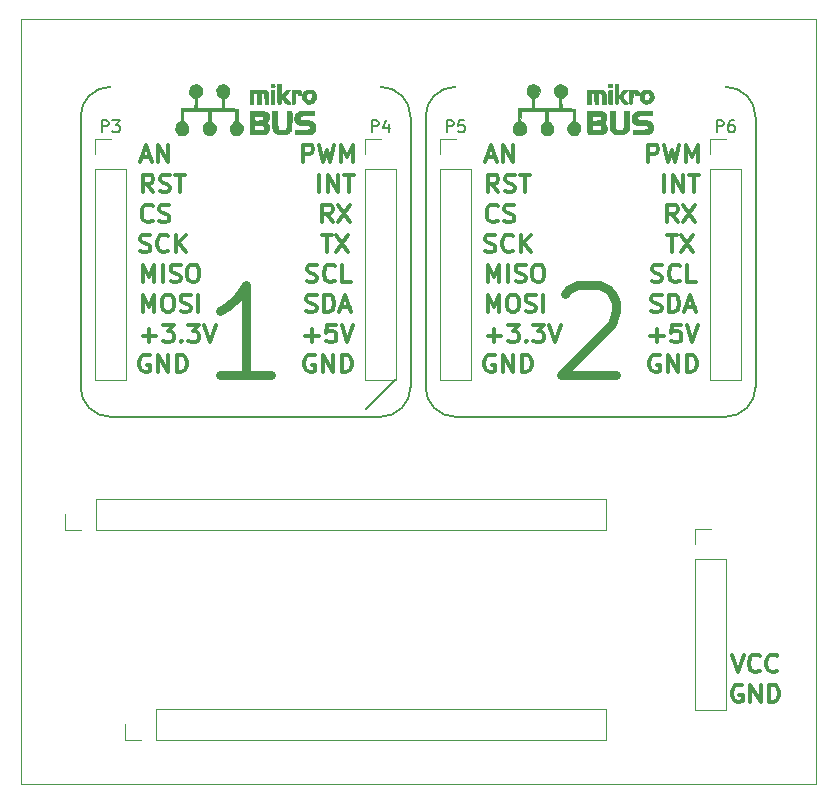
<source format=gbr>
%TF.GenerationSoftware,KiCad,Pcbnew,4.0.7*%
%TF.CreationDate,2018-03-29T14:35:10+02:00*%
%TF.ProjectId,mikrobus-board,6D696B726F6275732D626F6172642E6B,rev?*%
%TF.FileFunction,Legend,Top*%
%FSLAX46Y46*%
G04 Gerber Fmt 4.6, Leading zero omitted, Abs format (unit mm)*
G04 Created by KiCad (PCBNEW 4.0.7) date 03/29/18 14:35:10*
%MOMM*%
%LPD*%
G01*
G04 APERTURE LIST*
%ADD10C,0.150000*%
%ADD11C,0.300000*%
%ADD12C,0.100000*%
%ADD13C,0.762000*%
%ADD14C,0.200000*%
%ADD15C,0.010000*%
%ADD16C,0.120000*%
G04 APERTURE END LIST*
D10*
D11*
X177927143Y-156730000D02*
X177784286Y-156658571D01*
X177570000Y-156658571D01*
X177355715Y-156730000D01*
X177212857Y-156872857D01*
X177141429Y-157015714D01*
X177070000Y-157301429D01*
X177070000Y-157515714D01*
X177141429Y-157801429D01*
X177212857Y-157944286D01*
X177355715Y-158087143D01*
X177570000Y-158158571D01*
X177712857Y-158158571D01*
X177927143Y-158087143D01*
X177998572Y-158015714D01*
X177998572Y-157515714D01*
X177712857Y-157515714D01*
X178641429Y-158158571D02*
X178641429Y-156658571D01*
X179498572Y-158158571D01*
X179498572Y-156658571D01*
X180212858Y-158158571D02*
X180212858Y-156658571D01*
X180570001Y-156658571D01*
X180784286Y-156730000D01*
X180927144Y-156872857D01*
X180998572Y-157015714D01*
X181070001Y-157301429D01*
X181070001Y-157515714D01*
X180998572Y-157801429D01*
X180927144Y-157944286D01*
X180784286Y-158087143D01*
X180570001Y-158158571D01*
X180212858Y-158158571D01*
X177070000Y-154118571D02*
X177570000Y-155618571D01*
X178070000Y-154118571D01*
X179427143Y-155475714D02*
X179355714Y-155547143D01*
X179141428Y-155618571D01*
X178998571Y-155618571D01*
X178784286Y-155547143D01*
X178641428Y-155404286D01*
X178570000Y-155261429D01*
X178498571Y-154975714D01*
X178498571Y-154761429D01*
X178570000Y-154475714D01*
X178641428Y-154332857D01*
X178784286Y-154190000D01*
X178998571Y-154118571D01*
X179141428Y-154118571D01*
X179355714Y-154190000D01*
X179427143Y-154261429D01*
X180927143Y-155475714D02*
X180855714Y-155547143D01*
X180641428Y-155618571D01*
X180498571Y-155618571D01*
X180284286Y-155547143D01*
X180141428Y-155404286D01*
X180070000Y-155261429D01*
X179998571Y-154975714D01*
X179998571Y-154761429D01*
X180070000Y-154475714D01*
X180141428Y-154332857D01*
X180284286Y-154190000D01*
X180498571Y-154118571D01*
X180641428Y-154118571D01*
X180855714Y-154190000D01*
X180927143Y-154261429D01*
D12*
X184150000Y-100330000D02*
X184150000Y-165100000D01*
X184150000Y-165100000D02*
X182880000Y-165100000D01*
X182880000Y-100330000D02*
X184150000Y-100330000D01*
X180340000Y-100330000D02*
X182880000Y-100330000D01*
X116840000Y-100330000D02*
X116840000Y-101600000D01*
X119380000Y-100330000D02*
X116840000Y-100330000D01*
D13*
X138067143Y-130447143D02*
X133712858Y-130447143D01*
X135890000Y-130447143D02*
X135890000Y-122827143D01*
X135164286Y-123915714D01*
X134438572Y-124641429D01*
X133712858Y-125004286D01*
D12*
X116840000Y-101600000D02*
X116840000Y-104140000D01*
D11*
X169977857Y-112438571D02*
X169977857Y-110938571D01*
X170549285Y-110938571D01*
X170692143Y-111010000D01*
X170763571Y-111081429D01*
X170835000Y-111224286D01*
X170835000Y-111438571D01*
X170763571Y-111581429D01*
X170692143Y-111652857D01*
X170549285Y-111724286D01*
X169977857Y-111724286D01*
X171335000Y-110938571D02*
X171692143Y-112438571D01*
X171977857Y-111367143D01*
X172263571Y-112438571D01*
X172620714Y-110938571D01*
X173192143Y-112438571D02*
X173192143Y-110938571D01*
X173692143Y-112010000D01*
X174192143Y-110938571D01*
X174192143Y-112438571D01*
X171362857Y-114978571D02*
X171362857Y-113478571D01*
X172077143Y-114978571D02*
X172077143Y-113478571D01*
X172934286Y-114978571D01*
X172934286Y-113478571D01*
X173434286Y-113478571D02*
X174291429Y-113478571D01*
X173862858Y-114978571D02*
X173862858Y-113478571D01*
X172470001Y-117518571D02*
X171970001Y-116804286D01*
X171612858Y-117518571D02*
X171612858Y-116018571D01*
X172184286Y-116018571D01*
X172327144Y-116090000D01*
X172398572Y-116161429D01*
X172470001Y-116304286D01*
X172470001Y-116518571D01*
X172398572Y-116661429D01*
X172327144Y-116732857D01*
X172184286Y-116804286D01*
X171612858Y-116804286D01*
X172970001Y-116018571D02*
X173970001Y-117518571D01*
X173970001Y-116018571D02*
X172970001Y-117518571D01*
X171577143Y-118558571D02*
X172434286Y-118558571D01*
X172005715Y-120058571D02*
X172005715Y-118558571D01*
X172791429Y-118558571D02*
X173791429Y-120058571D01*
X173791429Y-118558571D02*
X172791429Y-120058571D01*
X170299286Y-122527143D02*
X170513572Y-122598571D01*
X170870715Y-122598571D01*
X171013572Y-122527143D01*
X171085001Y-122455714D01*
X171156429Y-122312857D01*
X171156429Y-122170000D01*
X171085001Y-122027143D01*
X171013572Y-121955714D01*
X170870715Y-121884286D01*
X170585001Y-121812857D01*
X170442143Y-121741429D01*
X170370715Y-121670000D01*
X170299286Y-121527143D01*
X170299286Y-121384286D01*
X170370715Y-121241429D01*
X170442143Y-121170000D01*
X170585001Y-121098571D01*
X170942143Y-121098571D01*
X171156429Y-121170000D01*
X172656429Y-122455714D02*
X172585000Y-122527143D01*
X172370714Y-122598571D01*
X172227857Y-122598571D01*
X172013572Y-122527143D01*
X171870714Y-122384286D01*
X171799286Y-122241429D01*
X171727857Y-121955714D01*
X171727857Y-121741429D01*
X171799286Y-121455714D01*
X171870714Y-121312857D01*
X172013572Y-121170000D01*
X172227857Y-121098571D01*
X172370714Y-121098571D01*
X172585000Y-121170000D01*
X172656429Y-121241429D01*
X174013572Y-122598571D02*
X173299286Y-122598571D01*
X173299286Y-121098571D01*
X170263572Y-125067143D02*
X170477858Y-125138571D01*
X170835001Y-125138571D01*
X170977858Y-125067143D01*
X171049287Y-124995714D01*
X171120715Y-124852857D01*
X171120715Y-124710000D01*
X171049287Y-124567143D01*
X170977858Y-124495714D01*
X170835001Y-124424286D01*
X170549287Y-124352857D01*
X170406429Y-124281429D01*
X170335001Y-124210000D01*
X170263572Y-124067143D01*
X170263572Y-123924286D01*
X170335001Y-123781429D01*
X170406429Y-123710000D01*
X170549287Y-123638571D01*
X170906429Y-123638571D01*
X171120715Y-123710000D01*
X171763572Y-125138571D02*
X171763572Y-123638571D01*
X172120715Y-123638571D01*
X172335000Y-123710000D01*
X172477858Y-123852857D01*
X172549286Y-123995714D01*
X172620715Y-124281429D01*
X172620715Y-124495714D01*
X172549286Y-124781429D01*
X172477858Y-124924286D01*
X172335000Y-125067143D01*
X172120715Y-125138571D01*
X171763572Y-125138571D01*
X173192143Y-124710000D02*
X173906429Y-124710000D01*
X173049286Y-125138571D02*
X173549286Y-123638571D01*
X174049286Y-125138571D01*
X170156429Y-127107143D02*
X171299286Y-127107143D01*
X170727857Y-127678571D02*
X170727857Y-126535714D01*
X172727858Y-126178571D02*
X172013572Y-126178571D01*
X171942143Y-126892857D01*
X172013572Y-126821429D01*
X172156429Y-126750000D01*
X172513572Y-126750000D01*
X172656429Y-126821429D01*
X172727858Y-126892857D01*
X172799286Y-127035714D01*
X172799286Y-127392857D01*
X172727858Y-127535714D01*
X172656429Y-127607143D01*
X172513572Y-127678571D01*
X172156429Y-127678571D01*
X172013572Y-127607143D01*
X171942143Y-127535714D01*
X173227857Y-126178571D02*
X173727857Y-127678571D01*
X174227857Y-126178571D01*
X170942143Y-128790000D02*
X170799286Y-128718571D01*
X170585000Y-128718571D01*
X170370715Y-128790000D01*
X170227857Y-128932857D01*
X170156429Y-129075714D01*
X170085000Y-129361429D01*
X170085000Y-129575714D01*
X170156429Y-129861429D01*
X170227857Y-130004286D01*
X170370715Y-130147143D01*
X170585000Y-130218571D01*
X170727857Y-130218571D01*
X170942143Y-130147143D01*
X171013572Y-130075714D01*
X171013572Y-129575714D01*
X170727857Y-129575714D01*
X171656429Y-130218571D02*
X171656429Y-128718571D01*
X172513572Y-130218571D01*
X172513572Y-128718571D01*
X173227858Y-130218571D02*
X173227858Y-128718571D01*
X173585001Y-128718571D01*
X173799286Y-128790000D01*
X173942144Y-128932857D01*
X174013572Y-129075714D01*
X174085001Y-129361429D01*
X174085001Y-129575714D01*
X174013572Y-129861429D01*
X173942144Y-130004286D01*
X173799286Y-130147143D01*
X173585001Y-130218571D01*
X173227858Y-130218571D01*
X156972143Y-128790000D02*
X156829286Y-128718571D01*
X156615000Y-128718571D01*
X156400715Y-128790000D01*
X156257857Y-128932857D01*
X156186429Y-129075714D01*
X156115000Y-129361429D01*
X156115000Y-129575714D01*
X156186429Y-129861429D01*
X156257857Y-130004286D01*
X156400715Y-130147143D01*
X156615000Y-130218571D01*
X156757857Y-130218571D01*
X156972143Y-130147143D01*
X157043572Y-130075714D01*
X157043572Y-129575714D01*
X156757857Y-129575714D01*
X157686429Y-130218571D02*
X157686429Y-128718571D01*
X158543572Y-130218571D01*
X158543572Y-128718571D01*
X159257858Y-130218571D02*
X159257858Y-128718571D01*
X159615001Y-128718571D01*
X159829286Y-128790000D01*
X159972144Y-128932857D01*
X160043572Y-129075714D01*
X160115001Y-129361429D01*
X160115001Y-129575714D01*
X160043572Y-129861429D01*
X159972144Y-130004286D01*
X159829286Y-130147143D01*
X159615001Y-130218571D01*
X159257858Y-130218571D01*
X156385001Y-127107143D02*
X157527858Y-127107143D01*
X156956429Y-127678571D02*
X156956429Y-126535714D01*
X158099287Y-126178571D02*
X159027858Y-126178571D01*
X158527858Y-126750000D01*
X158742144Y-126750000D01*
X158885001Y-126821429D01*
X158956430Y-126892857D01*
X159027858Y-127035714D01*
X159027858Y-127392857D01*
X158956430Y-127535714D01*
X158885001Y-127607143D01*
X158742144Y-127678571D01*
X158313572Y-127678571D01*
X158170715Y-127607143D01*
X158099287Y-127535714D01*
X159670715Y-127535714D02*
X159742143Y-127607143D01*
X159670715Y-127678571D01*
X159599286Y-127607143D01*
X159670715Y-127535714D01*
X159670715Y-127678571D01*
X160242144Y-126178571D02*
X161170715Y-126178571D01*
X160670715Y-126750000D01*
X160885001Y-126750000D01*
X161027858Y-126821429D01*
X161099287Y-126892857D01*
X161170715Y-127035714D01*
X161170715Y-127392857D01*
X161099287Y-127535714D01*
X161027858Y-127607143D01*
X160885001Y-127678571D01*
X160456429Y-127678571D01*
X160313572Y-127607143D01*
X160242144Y-127535714D01*
X161599286Y-126178571D02*
X162099286Y-127678571D01*
X162599286Y-126178571D01*
X156392857Y-125138571D02*
X156392857Y-123638571D01*
X156892857Y-124710000D01*
X157392857Y-123638571D01*
X157392857Y-125138571D01*
X158392857Y-123638571D02*
X158678571Y-123638571D01*
X158821429Y-123710000D01*
X158964286Y-123852857D01*
X159035714Y-124138571D01*
X159035714Y-124638571D01*
X158964286Y-124924286D01*
X158821429Y-125067143D01*
X158678571Y-125138571D01*
X158392857Y-125138571D01*
X158250000Y-125067143D01*
X158107143Y-124924286D01*
X158035714Y-124638571D01*
X158035714Y-124138571D01*
X158107143Y-123852857D01*
X158250000Y-123710000D01*
X158392857Y-123638571D01*
X159607143Y-125067143D02*
X159821429Y-125138571D01*
X160178572Y-125138571D01*
X160321429Y-125067143D01*
X160392858Y-124995714D01*
X160464286Y-124852857D01*
X160464286Y-124710000D01*
X160392858Y-124567143D01*
X160321429Y-124495714D01*
X160178572Y-124424286D01*
X159892858Y-124352857D01*
X159750000Y-124281429D01*
X159678572Y-124210000D01*
X159607143Y-124067143D01*
X159607143Y-123924286D01*
X159678572Y-123781429D01*
X159750000Y-123710000D01*
X159892858Y-123638571D01*
X160250000Y-123638571D01*
X160464286Y-123710000D01*
X161107143Y-125138571D02*
X161107143Y-123638571D01*
X156392857Y-122598571D02*
X156392857Y-121098571D01*
X156892857Y-122170000D01*
X157392857Y-121098571D01*
X157392857Y-122598571D01*
X158107143Y-122598571D02*
X158107143Y-121098571D01*
X158750000Y-122527143D02*
X158964286Y-122598571D01*
X159321429Y-122598571D01*
X159464286Y-122527143D01*
X159535715Y-122455714D01*
X159607143Y-122312857D01*
X159607143Y-122170000D01*
X159535715Y-122027143D01*
X159464286Y-121955714D01*
X159321429Y-121884286D01*
X159035715Y-121812857D01*
X158892857Y-121741429D01*
X158821429Y-121670000D01*
X158750000Y-121527143D01*
X158750000Y-121384286D01*
X158821429Y-121241429D01*
X158892857Y-121170000D01*
X159035715Y-121098571D01*
X159392857Y-121098571D01*
X159607143Y-121170000D01*
X160535714Y-121098571D02*
X160821428Y-121098571D01*
X160964286Y-121170000D01*
X161107143Y-121312857D01*
X161178571Y-121598571D01*
X161178571Y-122098571D01*
X161107143Y-122384286D01*
X160964286Y-122527143D01*
X160821428Y-122598571D01*
X160535714Y-122598571D01*
X160392857Y-122527143D01*
X160250000Y-122384286D01*
X160178571Y-122098571D01*
X160178571Y-121598571D01*
X160250000Y-121312857D01*
X160392857Y-121170000D01*
X160535714Y-121098571D01*
X156186429Y-119987143D02*
X156400715Y-120058571D01*
X156757858Y-120058571D01*
X156900715Y-119987143D01*
X156972144Y-119915714D01*
X157043572Y-119772857D01*
X157043572Y-119630000D01*
X156972144Y-119487143D01*
X156900715Y-119415714D01*
X156757858Y-119344286D01*
X156472144Y-119272857D01*
X156329286Y-119201429D01*
X156257858Y-119130000D01*
X156186429Y-118987143D01*
X156186429Y-118844286D01*
X156257858Y-118701429D01*
X156329286Y-118630000D01*
X156472144Y-118558571D01*
X156829286Y-118558571D01*
X157043572Y-118630000D01*
X158543572Y-119915714D02*
X158472143Y-119987143D01*
X158257857Y-120058571D01*
X158115000Y-120058571D01*
X157900715Y-119987143D01*
X157757857Y-119844286D01*
X157686429Y-119701429D01*
X157615000Y-119415714D01*
X157615000Y-119201429D01*
X157686429Y-118915714D01*
X157757857Y-118772857D01*
X157900715Y-118630000D01*
X158115000Y-118558571D01*
X158257857Y-118558571D01*
X158472143Y-118630000D01*
X158543572Y-118701429D01*
X159186429Y-120058571D02*
X159186429Y-118558571D01*
X160043572Y-120058571D02*
X159400715Y-119201429D01*
X160043572Y-118558571D02*
X159186429Y-119415714D01*
X157230001Y-117375714D02*
X157158572Y-117447143D01*
X156944286Y-117518571D01*
X156801429Y-117518571D01*
X156587144Y-117447143D01*
X156444286Y-117304286D01*
X156372858Y-117161429D01*
X156301429Y-116875714D01*
X156301429Y-116661429D01*
X156372858Y-116375714D01*
X156444286Y-116232857D01*
X156587144Y-116090000D01*
X156801429Y-116018571D01*
X156944286Y-116018571D01*
X157158572Y-116090000D01*
X157230001Y-116161429D01*
X157801429Y-117447143D02*
X158015715Y-117518571D01*
X158372858Y-117518571D01*
X158515715Y-117447143D01*
X158587144Y-117375714D01*
X158658572Y-117232857D01*
X158658572Y-117090000D01*
X158587144Y-116947143D01*
X158515715Y-116875714D01*
X158372858Y-116804286D01*
X158087144Y-116732857D01*
X157944286Y-116661429D01*
X157872858Y-116590000D01*
X157801429Y-116447143D01*
X157801429Y-116304286D01*
X157872858Y-116161429D01*
X157944286Y-116090000D01*
X158087144Y-116018571D01*
X158444286Y-116018571D01*
X158658572Y-116090000D01*
X157293572Y-114978571D02*
X156793572Y-114264286D01*
X156436429Y-114978571D02*
X156436429Y-113478571D01*
X157007857Y-113478571D01*
X157150715Y-113550000D01*
X157222143Y-113621429D01*
X157293572Y-113764286D01*
X157293572Y-113978571D01*
X157222143Y-114121429D01*
X157150715Y-114192857D01*
X157007857Y-114264286D01*
X156436429Y-114264286D01*
X157865000Y-114907143D02*
X158079286Y-114978571D01*
X158436429Y-114978571D01*
X158579286Y-114907143D01*
X158650715Y-114835714D01*
X158722143Y-114692857D01*
X158722143Y-114550000D01*
X158650715Y-114407143D01*
X158579286Y-114335714D01*
X158436429Y-114264286D01*
X158150715Y-114192857D01*
X158007857Y-114121429D01*
X157936429Y-114050000D01*
X157865000Y-113907143D01*
X157865000Y-113764286D01*
X157936429Y-113621429D01*
X158007857Y-113550000D01*
X158150715Y-113478571D01*
X158507857Y-113478571D01*
X158722143Y-113550000D01*
X159150714Y-113478571D02*
X160007857Y-113478571D01*
X159579286Y-114978571D02*
X159579286Y-113478571D01*
X156337143Y-112010000D02*
X157051429Y-112010000D01*
X156194286Y-112438571D02*
X156694286Y-110938571D01*
X157194286Y-112438571D01*
X157694286Y-112438571D02*
X157694286Y-110938571D01*
X158551429Y-112438571D01*
X158551429Y-110938571D01*
X141732143Y-128790000D02*
X141589286Y-128718571D01*
X141375000Y-128718571D01*
X141160715Y-128790000D01*
X141017857Y-128932857D01*
X140946429Y-129075714D01*
X140875000Y-129361429D01*
X140875000Y-129575714D01*
X140946429Y-129861429D01*
X141017857Y-130004286D01*
X141160715Y-130147143D01*
X141375000Y-130218571D01*
X141517857Y-130218571D01*
X141732143Y-130147143D01*
X141803572Y-130075714D01*
X141803572Y-129575714D01*
X141517857Y-129575714D01*
X142446429Y-130218571D02*
X142446429Y-128718571D01*
X143303572Y-130218571D01*
X143303572Y-128718571D01*
X144017858Y-130218571D02*
X144017858Y-128718571D01*
X144375001Y-128718571D01*
X144589286Y-128790000D01*
X144732144Y-128932857D01*
X144803572Y-129075714D01*
X144875001Y-129361429D01*
X144875001Y-129575714D01*
X144803572Y-129861429D01*
X144732144Y-130004286D01*
X144589286Y-130147143D01*
X144375001Y-130218571D01*
X144017858Y-130218571D01*
X140946429Y-127107143D02*
X142089286Y-127107143D01*
X141517857Y-127678571D02*
X141517857Y-126535714D01*
X143517858Y-126178571D02*
X142803572Y-126178571D01*
X142732143Y-126892857D01*
X142803572Y-126821429D01*
X142946429Y-126750000D01*
X143303572Y-126750000D01*
X143446429Y-126821429D01*
X143517858Y-126892857D01*
X143589286Y-127035714D01*
X143589286Y-127392857D01*
X143517858Y-127535714D01*
X143446429Y-127607143D01*
X143303572Y-127678571D01*
X142946429Y-127678571D01*
X142803572Y-127607143D01*
X142732143Y-127535714D01*
X144017857Y-126178571D02*
X144517857Y-127678571D01*
X145017857Y-126178571D01*
X141053572Y-125067143D02*
X141267858Y-125138571D01*
X141625001Y-125138571D01*
X141767858Y-125067143D01*
X141839287Y-124995714D01*
X141910715Y-124852857D01*
X141910715Y-124710000D01*
X141839287Y-124567143D01*
X141767858Y-124495714D01*
X141625001Y-124424286D01*
X141339287Y-124352857D01*
X141196429Y-124281429D01*
X141125001Y-124210000D01*
X141053572Y-124067143D01*
X141053572Y-123924286D01*
X141125001Y-123781429D01*
X141196429Y-123710000D01*
X141339287Y-123638571D01*
X141696429Y-123638571D01*
X141910715Y-123710000D01*
X142553572Y-125138571D02*
X142553572Y-123638571D01*
X142910715Y-123638571D01*
X143125000Y-123710000D01*
X143267858Y-123852857D01*
X143339286Y-123995714D01*
X143410715Y-124281429D01*
X143410715Y-124495714D01*
X143339286Y-124781429D01*
X143267858Y-124924286D01*
X143125000Y-125067143D01*
X142910715Y-125138571D01*
X142553572Y-125138571D01*
X143982143Y-124710000D02*
X144696429Y-124710000D01*
X143839286Y-125138571D02*
X144339286Y-123638571D01*
X144839286Y-125138571D01*
X141089286Y-122527143D02*
X141303572Y-122598571D01*
X141660715Y-122598571D01*
X141803572Y-122527143D01*
X141875001Y-122455714D01*
X141946429Y-122312857D01*
X141946429Y-122170000D01*
X141875001Y-122027143D01*
X141803572Y-121955714D01*
X141660715Y-121884286D01*
X141375001Y-121812857D01*
X141232143Y-121741429D01*
X141160715Y-121670000D01*
X141089286Y-121527143D01*
X141089286Y-121384286D01*
X141160715Y-121241429D01*
X141232143Y-121170000D01*
X141375001Y-121098571D01*
X141732143Y-121098571D01*
X141946429Y-121170000D01*
X143446429Y-122455714D02*
X143375000Y-122527143D01*
X143160714Y-122598571D01*
X143017857Y-122598571D01*
X142803572Y-122527143D01*
X142660714Y-122384286D01*
X142589286Y-122241429D01*
X142517857Y-121955714D01*
X142517857Y-121741429D01*
X142589286Y-121455714D01*
X142660714Y-121312857D01*
X142803572Y-121170000D01*
X143017857Y-121098571D01*
X143160714Y-121098571D01*
X143375000Y-121170000D01*
X143446429Y-121241429D01*
X144803572Y-122598571D02*
X144089286Y-122598571D01*
X144089286Y-121098571D01*
X142367143Y-118558571D02*
X143224286Y-118558571D01*
X142795715Y-120058571D02*
X142795715Y-118558571D01*
X143581429Y-118558571D02*
X144581429Y-120058571D01*
X144581429Y-118558571D02*
X143581429Y-120058571D01*
X143260001Y-117518571D02*
X142760001Y-116804286D01*
X142402858Y-117518571D02*
X142402858Y-116018571D01*
X142974286Y-116018571D01*
X143117144Y-116090000D01*
X143188572Y-116161429D01*
X143260001Y-116304286D01*
X143260001Y-116518571D01*
X143188572Y-116661429D01*
X143117144Y-116732857D01*
X142974286Y-116804286D01*
X142402858Y-116804286D01*
X143760001Y-116018571D02*
X144760001Y-117518571D01*
X144760001Y-116018571D02*
X143760001Y-117518571D01*
X142152857Y-114978571D02*
X142152857Y-113478571D01*
X142867143Y-114978571D02*
X142867143Y-113478571D01*
X143724286Y-114978571D01*
X143724286Y-113478571D01*
X144224286Y-113478571D02*
X145081429Y-113478571D01*
X144652858Y-114978571D02*
X144652858Y-113478571D01*
X140767857Y-112438571D02*
X140767857Y-110938571D01*
X141339285Y-110938571D01*
X141482143Y-111010000D01*
X141553571Y-111081429D01*
X141625000Y-111224286D01*
X141625000Y-111438571D01*
X141553571Y-111581429D01*
X141482143Y-111652857D01*
X141339285Y-111724286D01*
X140767857Y-111724286D01*
X142125000Y-110938571D02*
X142482143Y-112438571D01*
X142767857Y-111367143D01*
X143053571Y-112438571D01*
X143410714Y-110938571D01*
X143982143Y-112438571D02*
X143982143Y-110938571D01*
X144482143Y-112010000D01*
X144982143Y-110938571D01*
X144982143Y-112438571D01*
X127762143Y-128790000D02*
X127619286Y-128718571D01*
X127405000Y-128718571D01*
X127190715Y-128790000D01*
X127047857Y-128932857D01*
X126976429Y-129075714D01*
X126905000Y-129361429D01*
X126905000Y-129575714D01*
X126976429Y-129861429D01*
X127047857Y-130004286D01*
X127190715Y-130147143D01*
X127405000Y-130218571D01*
X127547857Y-130218571D01*
X127762143Y-130147143D01*
X127833572Y-130075714D01*
X127833572Y-129575714D01*
X127547857Y-129575714D01*
X128476429Y-130218571D02*
X128476429Y-128718571D01*
X129333572Y-130218571D01*
X129333572Y-128718571D01*
X130047858Y-130218571D02*
X130047858Y-128718571D01*
X130405001Y-128718571D01*
X130619286Y-128790000D01*
X130762144Y-128932857D01*
X130833572Y-129075714D01*
X130905001Y-129361429D01*
X130905001Y-129575714D01*
X130833572Y-129861429D01*
X130762144Y-130004286D01*
X130619286Y-130147143D01*
X130405001Y-130218571D01*
X130047858Y-130218571D01*
X127175001Y-127107143D02*
X128317858Y-127107143D01*
X127746429Y-127678571D02*
X127746429Y-126535714D01*
X128889287Y-126178571D02*
X129817858Y-126178571D01*
X129317858Y-126750000D01*
X129532144Y-126750000D01*
X129675001Y-126821429D01*
X129746430Y-126892857D01*
X129817858Y-127035714D01*
X129817858Y-127392857D01*
X129746430Y-127535714D01*
X129675001Y-127607143D01*
X129532144Y-127678571D01*
X129103572Y-127678571D01*
X128960715Y-127607143D01*
X128889287Y-127535714D01*
X130460715Y-127535714D02*
X130532143Y-127607143D01*
X130460715Y-127678571D01*
X130389286Y-127607143D01*
X130460715Y-127535714D01*
X130460715Y-127678571D01*
X131032144Y-126178571D02*
X131960715Y-126178571D01*
X131460715Y-126750000D01*
X131675001Y-126750000D01*
X131817858Y-126821429D01*
X131889287Y-126892857D01*
X131960715Y-127035714D01*
X131960715Y-127392857D01*
X131889287Y-127535714D01*
X131817858Y-127607143D01*
X131675001Y-127678571D01*
X131246429Y-127678571D01*
X131103572Y-127607143D01*
X131032144Y-127535714D01*
X132389286Y-126178571D02*
X132889286Y-127678571D01*
X133389286Y-126178571D01*
X127182857Y-125138571D02*
X127182857Y-123638571D01*
X127682857Y-124710000D01*
X128182857Y-123638571D01*
X128182857Y-125138571D01*
X129182857Y-123638571D02*
X129468571Y-123638571D01*
X129611429Y-123710000D01*
X129754286Y-123852857D01*
X129825714Y-124138571D01*
X129825714Y-124638571D01*
X129754286Y-124924286D01*
X129611429Y-125067143D01*
X129468571Y-125138571D01*
X129182857Y-125138571D01*
X129040000Y-125067143D01*
X128897143Y-124924286D01*
X128825714Y-124638571D01*
X128825714Y-124138571D01*
X128897143Y-123852857D01*
X129040000Y-123710000D01*
X129182857Y-123638571D01*
X130397143Y-125067143D02*
X130611429Y-125138571D01*
X130968572Y-125138571D01*
X131111429Y-125067143D01*
X131182858Y-124995714D01*
X131254286Y-124852857D01*
X131254286Y-124710000D01*
X131182858Y-124567143D01*
X131111429Y-124495714D01*
X130968572Y-124424286D01*
X130682858Y-124352857D01*
X130540000Y-124281429D01*
X130468572Y-124210000D01*
X130397143Y-124067143D01*
X130397143Y-123924286D01*
X130468572Y-123781429D01*
X130540000Y-123710000D01*
X130682858Y-123638571D01*
X131040000Y-123638571D01*
X131254286Y-123710000D01*
X131897143Y-125138571D02*
X131897143Y-123638571D01*
X127182857Y-122598571D02*
X127182857Y-121098571D01*
X127682857Y-122170000D01*
X128182857Y-121098571D01*
X128182857Y-122598571D01*
X128897143Y-122598571D02*
X128897143Y-121098571D01*
X129540000Y-122527143D02*
X129754286Y-122598571D01*
X130111429Y-122598571D01*
X130254286Y-122527143D01*
X130325715Y-122455714D01*
X130397143Y-122312857D01*
X130397143Y-122170000D01*
X130325715Y-122027143D01*
X130254286Y-121955714D01*
X130111429Y-121884286D01*
X129825715Y-121812857D01*
X129682857Y-121741429D01*
X129611429Y-121670000D01*
X129540000Y-121527143D01*
X129540000Y-121384286D01*
X129611429Y-121241429D01*
X129682857Y-121170000D01*
X129825715Y-121098571D01*
X130182857Y-121098571D01*
X130397143Y-121170000D01*
X131325714Y-121098571D02*
X131611428Y-121098571D01*
X131754286Y-121170000D01*
X131897143Y-121312857D01*
X131968571Y-121598571D01*
X131968571Y-122098571D01*
X131897143Y-122384286D01*
X131754286Y-122527143D01*
X131611428Y-122598571D01*
X131325714Y-122598571D01*
X131182857Y-122527143D01*
X131040000Y-122384286D01*
X130968571Y-122098571D01*
X130968571Y-121598571D01*
X131040000Y-121312857D01*
X131182857Y-121170000D01*
X131325714Y-121098571D01*
X126976429Y-119987143D02*
X127190715Y-120058571D01*
X127547858Y-120058571D01*
X127690715Y-119987143D01*
X127762144Y-119915714D01*
X127833572Y-119772857D01*
X127833572Y-119630000D01*
X127762144Y-119487143D01*
X127690715Y-119415714D01*
X127547858Y-119344286D01*
X127262144Y-119272857D01*
X127119286Y-119201429D01*
X127047858Y-119130000D01*
X126976429Y-118987143D01*
X126976429Y-118844286D01*
X127047858Y-118701429D01*
X127119286Y-118630000D01*
X127262144Y-118558571D01*
X127619286Y-118558571D01*
X127833572Y-118630000D01*
X129333572Y-119915714D02*
X129262143Y-119987143D01*
X129047857Y-120058571D01*
X128905000Y-120058571D01*
X128690715Y-119987143D01*
X128547857Y-119844286D01*
X128476429Y-119701429D01*
X128405000Y-119415714D01*
X128405000Y-119201429D01*
X128476429Y-118915714D01*
X128547857Y-118772857D01*
X128690715Y-118630000D01*
X128905000Y-118558571D01*
X129047857Y-118558571D01*
X129262143Y-118630000D01*
X129333572Y-118701429D01*
X129976429Y-120058571D02*
X129976429Y-118558571D01*
X130833572Y-120058571D02*
X130190715Y-119201429D01*
X130833572Y-118558571D02*
X129976429Y-119415714D01*
X128020001Y-117375714D02*
X127948572Y-117447143D01*
X127734286Y-117518571D01*
X127591429Y-117518571D01*
X127377144Y-117447143D01*
X127234286Y-117304286D01*
X127162858Y-117161429D01*
X127091429Y-116875714D01*
X127091429Y-116661429D01*
X127162858Y-116375714D01*
X127234286Y-116232857D01*
X127377144Y-116090000D01*
X127591429Y-116018571D01*
X127734286Y-116018571D01*
X127948572Y-116090000D01*
X128020001Y-116161429D01*
X128591429Y-117447143D02*
X128805715Y-117518571D01*
X129162858Y-117518571D01*
X129305715Y-117447143D01*
X129377144Y-117375714D01*
X129448572Y-117232857D01*
X129448572Y-117090000D01*
X129377144Y-116947143D01*
X129305715Y-116875714D01*
X129162858Y-116804286D01*
X128877144Y-116732857D01*
X128734286Y-116661429D01*
X128662858Y-116590000D01*
X128591429Y-116447143D01*
X128591429Y-116304286D01*
X128662858Y-116161429D01*
X128734286Y-116090000D01*
X128877144Y-116018571D01*
X129234286Y-116018571D01*
X129448572Y-116090000D01*
X128083572Y-114978571D02*
X127583572Y-114264286D01*
X127226429Y-114978571D02*
X127226429Y-113478571D01*
X127797857Y-113478571D01*
X127940715Y-113550000D01*
X128012143Y-113621429D01*
X128083572Y-113764286D01*
X128083572Y-113978571D01*
X128012143Y-114121429D01*
X127940715Y-114192857D01*
X127797857Y-114264286D01*
X127226429Y-114264286D01*
X128655000Y-114907143D02*
X128869286Y-114978571D01*
X129226429Y-114978571D01*
X129369286Y-114907143D01*
X129440715Y-114835714D01*
X129512143Y-114692857D01*
X129512143Y-114550000D01*
X129440715Y-114407143D01*
X129369286Y-114335714D01*
X129226429Y-114264286D01*
X128940715Y-114192857D01*
X128797857Y-114121429D01*
X128726429Y-114050000D01*
X128655000Y-113907143D01*
X128655000Y-113764286D01*
X128726429Y-113621429D01*
X128797857Y-113550000D01*
X128940715Y-113478571D01*
X129297857Y-113478571D01*
X129512143Y-113550000D01*
X129940714Y-113478571D02*
X130797857Y-113478571D01*
X130369286Y-114978571D02*
X130369286Y-113478571D01*
X127127143Y-112010000D02*
X127841429Y-112010000D01*
X126984286Y-112438571D02*
X127484286Y-110938571D01*
X127984286Y-112438571D01*
X128484286Y-112438571D02*
X128484286Y-110938571D01*
X129341429Y-112438571D01*
X129341429Y-110938571D01*
D12*
X180340000Y-165100000D02*
X182880000Y-165100000D01*
D13*
X162922858Y-123552857D02*
X163285715Y-123190000D01*
X164011429Y-122827143D01*
X165825715Y-122827143D01*
X166551429Y-123190000D01*
X166914286Y-123552857D01*
X167277143Y-124278571D01*
X167277143Y-125004286D01*
X166914286Y-126092857D01*
X162560000Y-130447143D01*
X167277143Y-130447143D01*
D14*
X179070000Y-108585000D02*
G75*
G03X176530000Y-106045000I-2540000J0D01*
G01*
X179070000Y-111760000D02*
X179070000Y-108585000D01*
X179070000Y-129540000D02*
X179070000Y-131445000D01*
X179070000Y-111760000D02*
X179070000Y-129540000D01*
X176530000Y-133985000D02*
G75*
G03X179070000Y-131445000I0J2540000D01*
G01*
X153670000Y-133985000D02*
X176530000Y-133985000D01*
X151130000Y-131445000D02*
G75*
G03X153670000Y-133985000I2540000J0D01*
G01*
X151130000Y-129540000D02*
X151130000Y-131445000D01*
X151130000Y-108585000D02*
X151130000Y-111760000D01*
X151130000Y-111760000D02*
X151130000Y-129540000D01*
X153670000Y-106045000D02*
G75*
G03X151130000Y-108585000I0J-2540000D01*
G01*
D12*
X116840000Y-106680000D02*
X116840000Y-104140000D01*
D14*
X148590000Y-130810000D02*
X146050000Y-133350000D01*
X121920000Y-129540000D02*
X121920000Y-131445000D01*
X149860000Y-129540000D02*
X149860000Y-131445000D01*
X149860000Y-111760000D02*
X149860000Y-108585000D01*
X121920000Y-108585000D02*
X121920000Y-111760000D01*
X124460000Y-133985000D02*
X147320000Y-133985000D01*
X147320000Y-133985000D02*
G75*
G03X149860000Y-131445000I0J2540000D01*
G01*
X121920000Y-131445000D02*
G75*
G03X124460000Y-133985000I2540000J0D01*
G01*
X149860000Y-108585000D02*
G75*
G03X147320000Y-106045000I-2540000J0D01*
G01*
X124460000Y-106045000D02*
G75*
G03X121920000Y-108585000I0J-2540000D01*
G01*
X149860000Y-111760000D02*
X149860000Y-129540000D01*
X121920000Y-111760000D02*
X121920000Y-129540000D01*
D12*
X116840000Y-165100000D02*
X119380000Y-165100000D01*
X116840000Y-106680000D02*
X116840000Y-165100000D01*
X180340000Y-165100000D02*
X119380000Y-165100000D01*
X119380000Y-100330000D02*
X180340000Y-100330000D01*
D15*
G36*
X162734776Y-105872655D02*
X162889564Y-105953214D01*
X163005799Y-106080175D01*
X163077155Y-106247562D01*
X163095575Y-106361960D01*
X163083313Y-106562580D01*
X163015901Y-106735070D01*
X162896477Y-106873941D01*
X162751544Y-106963667D01*
X162635600Y-107015937D01*
X162652926Y-107866447D01*
X163225975Y-107883158D01*
X163799024Y-107899868D01*
X163799024Y-108993139D01*
X163933205Y-109061434D01*
X164073807Y-109166498D01*
X164173239Y-109309693D01*
X164226868Y-109476791D01*
X164230064Y-109653564D01*
X164180468Y-109821093D01*
X164073054Y-109982968D01*
X163937738Y-110092581D01*
X163785162Y-110150002D01*
X163625966Y-110155303D01*
X163470788Y-110108552D01*
X163330270Y-110009822D01*
X163215051Y-109859181D01*
X163191985Y-109814555D01*
X163142883Y-109667904D01*
X163142422Y-109523605D01*
X163191315Y-109363227D01*
X163211221Y-109318700D01*
X163285587Y-109192112D01*
X163381806Y-109100655D01*
X163443092Y-109060798D01*
X163596790Y-108969342D01*
X163597236Y-108542779D01*
X163597683Y-108116216D01*
X162556462Y-108125016D01*
X161515242Y-108133816D01*
X161515957Y-108468026D01*
X161516256Y-108661503D01*
X161518028Y-108799558D01*
X161524033Y-108893597D01*
X161537028Y-108955026D01*
X161559773Y-108995252D01*
X161595024Y-109025681D01*
X161645541Y-109057718D01*
X161660884Y-109067318D01*
X161784314Y-109172024D01*
X161877713Y-109299022D01*
X161942017Y-109471947D01*
X161951831Y-109639805D01*
X161914590Y-109795555D01*
X161837727Y-109932157D01*
X161728677Y-110042572D01*
X161594874Y-110119758D01*
X161443753Y-110156676D01*
X161282747Y-110146285D01*
X161119292Y-110081546D01*
X161078566Y-110055805D01*
X160979080Y-109976115D01*
X160916754Y-109890081D01*
X160883757Y-109779537D01*
X160872262Y-109626319D01*
X160871829Y-109576157D01*
X160891743Y-109385034D01*
X160955381Y-109235646D01*
X161068584Y-109116839D01*
X161136446Y-109070868D01*
X161259024Y-108996884D01*
X161276316Y-108116214D01*
X159183658Y-108133816D01*
X159175029Y-108554188D01*
X159166399Y-108974561D01*
X159305080Y-109051518D01*
X159449684Y-109148755D01*
X159546001Y-109259043D01*
X159607616Y-109398711D01*
X159614881Y-109423843D01*
X159635898Y-109613709D01*
X159599396Y-109800532D01*
X159536069Y-109927614D01*
X159425022Y-110042200D01*
X159278037Y-110119026D01*
X159112164Y-110154960D01*
X158944453Y-110146873D01*
X158791955Y-110091634D01*
X158758579Y-110070355D01*
X158633338Y-109946297D01*
X158555984Y-109793956D01*
X158525469Y-109626031D01*
X158540740Y-109455224D01*
X158600747Y-109294235D01*
X158704439Y-109155765D01*
X158842446Y-109056648D01*
X158982317Y-108985710D01*
X158982317Y-107884633D01*
X159563109Y-107875540D01*
X160143902Y-107866447D01*
X160152565Y-107441192D01*
X160161229Y-107015937D01*
X160044573Y-106963347D01*
X159881496Y-106858529D01*
X159768518Y-106714629D01*
X159706819Y-106533576D01*
X159694756Y-106391386D01*
X159724199Y-106209667D01*
X159806657Y-106047693D01*
X159933320Y-105920918D01*
X159979742Y-105891430D01*
X160070287Y-105861893D01*
X160193428Y-105847286D01*
X160323278Y-105848102D01*
X160433949Y-105864836D01*
X160478926Y-105881905D01*
X160596228Y-105970679D01*
X160699373Y-106090719D01*
X160769477Y-106218588D01*
X160782023Y-106258030D01*
X160798244Y-106443812D01*
X160759497Y-106624012D01*
X160672189Y-106783957D01*
X160542726Y-106908975D01*
X160481936Y-106945227D01*
X160345243Y-107014553D01*
X160345243Y-107883158D01*
X162451585Y-107883158D01*
X162451585Y-107014553D01*
X162314937Y-106945250D01*
X162169231Y-106838396D01*
X162067055Y-106695620D01*
X162010675Y-106529938D01*
X162002357Y-106354369D01*
X162044368Y-106181931D01*
X162138975Y-106025641D01*
X162152206Y-106010528D01*
X162251284Y-105917859D01*
X162353055Y-105866354D01*
X162481195Y-105846072D01*
X162547762Y-105844474D01*
X162734776Y-105872655D01*
X162734776Y-105872655D01*
G37*
X162734776Y-105872655D02*
X162889564Y-105953214D01*
X163005799Y-106080175D01*
X163077155Y-106247562D01*
X163095575Y-106361960D01*
X163083313Y-106562580D01*
X163015901Y-106735070D01*
X162896477Y-106873941D01*
X162751544Y-106963667D01*
X162635600Y-107015937D01*
X162652926Y-107866447D01*
X163225975Y-107883158D01*
X163799024Y-107899868D01*
X163799024Y-108993139D01*
X163933205Y-109061434D01*
X164073807Y-109166498D01*
X164173239Y-109309693D01*
X164226868Y-109476791D01*
X164230064Y-109653564D01*
X164180468Y-109821093D01*
X164073054Y-109982968D01*
X163937738Y-110092581D01*
X163785162Y-110150002D01*
X163625966Y-110155303D01*
X163470788Y-110108552D01*
X163330270Y-110009822D01*
X163215051Y-109859181D01*
X163191985Y-109814555D01*
X163142883Y-109667904D01*
X163142422Y-109523605D01*
X163191315Y-109363227D01*
X163211221Y-109318700D01*
X163285587Y-109192112D01*
X163381806Y-109100655D01*
X163443092Y-109060798D01*
X163596790Y-108969342D01*
X163597236Y-108542779D01*
X163597683Y-108116216D01*
X162556462Y-108125016D01*
X161515242Y-108133816D01*
X161515957Y-108468026D01*
X161516256Y-108661503D01*
X161518028Y-108799558D01*
X161524033Y-108893597D01*
X161537028Y-108955026D01*
X161559773Y-108995252D01*
X161595024Y-109025681D01*
X161645541Y-109057718D01*
X161660884Y-109067318D01*
X161784314Y-109172024D01*
X161877713Y-109299022D01*
X161942017Y-109471947D01*
X161951831Y-109639805D01*
X161914590Y-109795555D01*
X161837727Y-109932157D01*
X161728677Y-110042572D01*
X161594874Y-110119758D01*
X161443753Y-110156676D01*
X161282747Y-110146285D01*
X161119292Y-110081546D01*
X161078566Y-110055805D01*
X160979080Y-109976115D01*
X160916754Y-109890081D01*
X160883757Y-109779537D01*
X160872262Y-109626319D01*
X160871829Y-109576157D01*
X160891743Y-109385034D01*
X160955381Y-109235646D01*
X161068584Y-109116839D01*
X161136446Y-109070868D01*
X161259024Y-108996884D01*
X161276316Y-108116214D01*
X159183658Y-108133816D01*
X159175029Y-108554188D01*
X159166399Y-108974561D01*
X159305080Y-109051518D01*
X159449684Y-109148755D01*
X159546001Y-109259043D01*
X159607616Y-109398711D01*
X159614881Y-109423843D01*
X159635898Y-109613709D01*
X159599396Y-109800532D01*
X159536069Y-109927614D01*
X159425022Y-110042200D01*
X159278037Y-110119026D01*
X159112164Y-110154960D01*
X158944453Y-110146873D01*
X158791955Y-110091634D01*
X158758579Y-110070355D01*
X158633338Y-109946297D01*
X158555984Y-109793956D01*
X158525469Y-109626031D01*
X158540740Y-109455224D01*
X158600747Y-109294235D01*
X158704439Y-109155765D01*
X158842446Y-109056648D01*
X158982317Y-108985710D01*
X158982317Y-107884633D01*
X159563109Y-107875540D01*
X160143902Y-107866447D01*
X160152565Y-107441192D01*
X160161229Y-107015937D01*
X160044573Y-106963347D01*
X159881496Y-106858529D01*
X159768518Y-106714629D01*
X159706819Y-106533576D01*
X159694756Y-106391386D01*
X159724199Y-106209667D01*
X159806657Y-106047693D01*
X159933320Y-105920918D01*
X159979742Y-105891430D01*
X160070287Y-105861893D01*
X160193428Y-105847286D01*
X160323278Y-105848102D01*
X160433949Y-105864836D01*
X160478926Y-105881905D01*
X160596228Y-105970679D01*
X160699373Y-106090719D01*
X160769477Y-106218588D01*
X160782023Y-106258030D01*
X160798244Y-106443812D01*
X160759497Y-106624012D01*
X160672189Y-106783957D01*
X160542726Y-106908975D01*
X160481936Y-106945227D01*
X160345243Y-107014553D01*
X160345243Y-107883158D01*
X162451585Y-107883158D01*
X162451585Y-107014553D01*
X162314937Y-106945250D01*
X162169231Y-106838396D01*
X162067055Y-106695620D01*
X162010675Y-106529938D01*
X162002357Y-106354369D01*
X162044368Y-106181931D01*
X162138975Y-106025641D01*
X162152206Y-106010528D01*
X162251284Y-105917859D01*
X162353055Y-105866354D01*
X162481195Y-105846072D01*
X162547762Y-105844474D01*
X162734776Y-105872655D01*
G36*
X165675125Y-108117584D02*
X165837581Y-108119643D01*
X165957789Y-108124223D01*
X166045601Y-108132258D01*
X166110865Y-108144688D01*
X166163432Y-108162450D01*
X166213152Y-108186481D01*
X166218262Y-108189219D01*
X166339070Y-108282085D01*
X166413415Y-108409472D01*
X166445447Y-108579651D01*
X166447439Y-108645973D01*
X166438320Y-108770014D01*
X166403994Y-108863590D01*
X166362754Y-108925001D01*
X166304624Y-108998362D01*
X166261079Y-109048124D01*
X166252598Y-109056029D01*
X166257454Y-109088529D01*
X166298068Y-109149455D01*
X166333376Y-109190512D01*
X166426963Y-109334376D01*
X166468074Y-109496656D01*
X166458078Y-109662709D01*
X166398346Y-109817897D01*
X166290247Y-109947577D01*
X166260355Y-109971052D01*
X166122266Y-110071116D01*
X165502718Y-110083418D01*
X165312593Y-110085942D01*
X165143741Y-110085806D01*
X165005897Y-110083212D01*
X164908800Y-110078363D01*
X164862184Y-110071461D01*
X164859939Y-110070053D01*
X164853990Y-110031263D01*
X164848605Y-109934263D01*
X164843985Y-109787684D01*
X164842043Y-109687895D01*
X165205458Y-109687895D01*
X165950238Y-109687895D01*
X165993768Y-109595987D01*
X166019685Y-109483209D01*
X165985859Y-109385114D01*
X165893700Y-109305701D01*
X165890784Y-109304058D01*
X165819511Y-109276226D01*
X165721616Y-109261664D01*
X165582717Y-109258728D01*
X165509735Y-109260532D01*
X165223902Y-109270132D01*
X165214680Y-109479013D01*
X165205458Y-109687895D01*
X164842043Y-109687895D01*
X164840334Y-109600157D01*
X164837853Y-109380314D01*
X164836746Y-109136784D01*
X164836707Y-109080746D01*
X164836707Y-108758573D01*
X165208861Y-108758573D01*
X165216791Y-108839788D01*
X165249137Y-108886785D01*
X165315815Y-108907572D01*
X165426742Y-108910159D01*
X165549269Y-108904750D01*
X165687830Y-108894404D01*
X165808206Y-108879575D01*
X165893458Y-108862637D01*
X165920221Y-108852733D01*
X165966701Y-108801213D01*
X165982442Y-108708463D01*
X165982609Y-108692442D01*
X165971097Y-108600659D01*
X165931748Y-108537199D01*
X165856840Y-108498604D01*
X165738646Y-108481415D01*
X165569443Y-108482173D01*
X165518708Y-108484737D01*
X165224977Y-108501447D01*
X165215430Y-108635132D01*
X165208861Y-108758573D01*
X164836707Y-108758573D01*
X164836707Y-108117105D01*
X165460570Y-108117105D01*
X165675125Y-108117584D01*
X165675125Y-108117584D01*
G37*
X165675125Y-108117584D02*
X165837581Y-108119643D01*
X165957789Y-108124223D01*
X166045601Y-108132258D01*
X166110865Y-108144688D01*
X166163432Y-108162450D01*
X166213152Y-108186481D01*
X166218262Y-108189219D01*
X166339070Y-108282085D01*
X166413415Y-108409472D01*
X166445447Y-108579651D01*
X166447439Y-108645973D01*
X166438320Y-108770014D01*
X166403994Y-108863590D01*
X166362754Y-108925001D01*
X166304624Y-108998362D01*
X166261079Y-109048124D01*
X166252598Y-109056029D01*
X166257454Y-109088529D01*
X166298068Y-109149455D01*
X166333376Y-109190512D01*
X166426963Y-109334376D01*
X166468074Y-109496656D01*
X166458078Y-109662709D01*
X166398346Y-109817897D01*
X166290247Y-109947577D01*
X166260355Y-109971052D01*
X166122266Y-110071116D01*
X165502718Y-110083418D01*
X165312593Y-110085942D01*
X165143741Y-110085806D01*
X165005897Y-110083212D01*
X164908800Y-110078363D01*
X164862184Y-110071461D01*
X164859939Y-110070053D01*
X164853990Y-110031263D01*
X164848605Y-109934263D01*
X164843985Y-109787684D01*
X164842043Y-109687895D01*
X165205458Y-109687895D01*
X165950238Y-109687895D01*
X165993768Y-109595987D01*
X166019685Y-109483209D01*
X165985859Y-109385114D01*
X165893700Y-109305701D01*
X165890784Y-109304058D01*
X165819511Y-109276226D01*
X165721616Y-109261664D01*
X165582717Y-109258728D01*
X165509735Y-109260532D01*
X165223902Y-109270132D01*
X165214680Y-109479013D01*
X165205458Y-109687895D01*
X164842043Y-109687895D01*
X164840334Y-109600157D01*
X164837853Y-109380314D01*
X164836746Y-109136784D01*
X164836707Y-109080746D01*
X164836707Y-108758573D01*
X165208861Y-108758573D01*
X165216791Y-108839788D01*
X165249137Y-108886785D01*
X165315815Y-108907572D01*
X165426742Y-108910159D01*
X165549269Y-108904750D01*
X165687830Y-108894404D01*
X165808206Y-108879575D01*
X165893458Y-108862637D01*
X165920221Y-108852733D01*
X165966701Y-108801213D01*
X165982442Y-108708463D01*
X165982609Y-108692442D01*
X165971097Y-108600659D01*
X165931748Y-108537199D01*
X165856840Y-108498604D01*
X165738646Y-108481415D01*
X165569443Y-108482173D01*
X165518708Y-108484737D01*
X165224977Y-108501447D01*
X165215430Y-108635132D01*
X165208861Y-108758573D01*
X164836707Y-108758573D01*
X164836707Y-108117105D01*
X165460570Y-108117105D01*
X165675125Y-108117584D01*
G36*
X168127865Y-108084196D02*
X168228627Y-108089676D01*
X168306840Y-108103110D01*
X168332250Y-108113264D01*
X168346107Y-108134993D01*
X168356152Y-108183482D01*
X168362679Y-108266215D01*
X168365981Y-108390680D01*
X168366353Y-108564361D01*
X168364088Y-108794744D01*
X168362732Y-108889791D01*
X168357848Y-109161377D01*
X168350575Y-109375143D01*
X168338248Y-109540110D01*
X168318203Y-109665298D01*
X168287774Y-109759729D01*
X168244297Y-109832425D01*
X168185107Y-109892405D01*
X168107538Y-109948692D01*
X168036770Y-109993252D01*
X167965036Y-110029577D01*
X167881005Y-110053338D01*
X167768176Y-110067725D01*
X167610047Y-110075928D01*
X167609024Y-110075962D01*
X167465701Y-110077786D01*
X167336092Y-110074259D01*
X167239066Y-110066132D01*
X167206341Y-110059949D01*
X167020765Y-109982708D01*
X166884257Y-109867680D01*
X166792330Y-109710679D01*
X166773035Y-109655619D01*
X166755843Y-109585855D01*
X166743562Y-109498469D01*
X166735709Y-109383294D01*
X166731803Y-109230163D01*
X166731363Y-109028909D01*
X166733304Y-108816538D01*
X166741707Y-108133816D01*
X166950792Y-108123933D01*
X167159878Y-108114051D01*
X167159878Y-108794047D01*
X167161072Y-109064262D01*
X167166518Y-109275412D01*
X167179008Y-109435255D01*
X167201333Y-109551549D01*
X167236286Y-109632052D01*
X167286660Y-109684522D01*
X167355246Y-109716719D01*
X167444836Y-109736399D01*
X167501929Y-109744425D01*
X167669985Y-109742518D01*
X167799012Y-109688706D01*
X167889244Y-109582789D01*
X167940915Y-109424566D01*
X167949596Y-109360309D01*
X167953726Y-109285929D01*
X167957469Y-109158784D01*
X167960544Y-108992951D01*
X167962674Y-108802506D01*
X167963459Y-108660197D01*
X167965243Y-108083684D01*
X168127865Y-108084196D01*
X168127865Y-108084196D01*
G37*
X168127865Y-108084196D02*
X168228627Y-108089676D01*
X168306840Y-108103110D01*
X168332250Y-108113264D01*
X168346107Y-108134993D01*
X168356152Y-108183482D01*
X168362679Y-108266215D01*
X168365981Y-108390680D01*
X168366353Y-108564361D01*
X168364088Y-108794744D01*
X168362732Y-108889791D01*
X168357848Y-109161377D01*
X168350575Y-109375143D01*
X168338248Y-109540110D01*
X168318203Y-109665298D01*
X168287774Y-109759729D01*
X168244297Y-109832425D01*
X168185107Y-109892405D01*
X168107538Y-109948692D01*
X168036770Y-109993252D01*
X167965036Y-110029577D01*
X167881005Y-110053338D01*
X167768176Y-110067725D01*
X167610047Y-110075928D01*
X167609024Y-110075962D01*
X167465701Y-110077786D01*
X167336092Y-110074259D01*
X167239066Y-110066132D01*
X167206341Y-110059949D01*
X167020765Y-109982708D01*
X166884257Y-109867680D01*
X166792330Y-109710679D01*
X166773035Y-109655619D01*
X166755843Y-109585855D01*
X166743562Y-109498469D01*
X166735709Y-109383294D01*
X166731803Y-109230163D01*
X166731363Y-109028909D01*
X166733304Y-108816538D01*
X166741707Y-108133816D01*
X166950792Y-108123933D01*
X167159878Y-108114051D01*
X167159878Y-108794047D01*
X167161072Y-109064262D01*
X167166518Y-109275412D01*
X167179008Y-109435255D01*
X167201333Y-109551549D01*
X167236286Y-109632052D01*
X167286660Y-109684522D01*
X167355246Y-109716719D01*
X167444836Y-109736399D01*
X167501929Y-109744425D01*
X167669985Y-109742518D01*
X167799012Y-109688706D01*
X167889244Y-109582789D01*
X167940915Y-109424566D01*
X167949596Y-109360309D01*
X167953726Y-109285929D01*
X167957469Y-109158784D01*
X167960544Y-108992951D01*
X167962674Y-108802506D01*
X167963459Y-108660197D01*
X167965243Y-108083684D01*
X168127865Y-108084196D01*
G36*
X169793052Y-108083375D02*
X169957017Y-108087224D01*
X170098711Y-108094479D01*
X170206505Y-108105068D01*
X170268771Y-108118918D01*
X170278399Y-108125460D01*
X170296441Y-108184086D01*
X170305247Y-108276800D01*
X170305423Y-108300921D01*
X170303902Y-108434605D01*
X169779224Y-108443797D01*
X169586731Y-108447577D01*
X169445705Y-108452190D01*
X169345668Y-108459200D01*
X169276140Y-108470171D01*
X169226640Y-108486667D01*
X169186689Y-108510252D01*
X169151968Y-108537406D01*
X169072714Y-108629465D01*
X169051203Y-108723318D01*
X169088614Y-108811453D01*
X169106036Y-108830478D01*
X169141933Y-108854730D01*
X169198218Y-108870955D01*
X169286078Y-108880575D01*
X169416702Y-108885009D01*
X169541618Y-108885789D01*
X169781918Y-108892546D01*
X169969250Y-108914288D01*
X170111458Y-108953229D01*
X170216384Y-109011579D01*
X170291870Y-109091550D01*
X170296718Y-109098716D01*
X170333157Y-109165324D01*
X170354272Y-109241454D01*
X170363815Y-109347360D01*
X170365638Y-109470658D01*
X170357121Y-109653387D01*
X170327160Y-109786431D01*
X170268623Y-109885137D01*
X170174382Y-109964854D01*
X170121061Y-109997142D01*
X170072128Y-110021907D01*
X170018881Y-110040586D01*
X169951518Y-110054273D01*
X169860235Y-110064060D01*
X169735231Y-110071041D01*
X169566704Y-110076309D01*
X169374634Y-110080396D01*
X169183108Y-110082567D01*
X169011522Y-110081713D01*
X168869971Y-110078112D01*
X168768551Y-110072040D01*
X168717356Y-110063775D01*
X168714511Y-110062275D01*
X168687515Y-110003594D01*
X168682654Y-109885629D01*
X168683535Y-109868477D01*
X168693170Y-109704605D01*
X169269315Y-109687895D01*
X169491604Y-109680342D01*
X169659490Y-109670824D01*
X169780519Y-109657121D01*
X169862240Y-109637014D01*
X169912199Y-109608285D01*
X169937944Y-109568715D01*
X169947023Y-109516084D01*
X169947683Y-109488456D01*
X169941197Y-109419151D01*
X169916254Y-109367959D01*
X169864621Y-109331682D01*
X169778069Y-109307122D01*
X169648365Y-109291082D01*
X169467280Y-109280363D01*
X169405609Y-109277856D01*
X169222004Y-109269359D01*
X169087355Y-109258717D01*
X168988671Y-109243884D01*
X168912957Y-109222817D01*
X168847221Y-109193468D01*
X168837946Y-109188513D01*
X168711187Y-109085477D01*
X168632259Y-108941524D01*
X168601999Y-108759294D01*
X168621243Y-108541423D01*
X168625622Y-108519231D01*
X168686156Y-108351654D01*
X168791116Y-108228076D01*
X168943229Y-108145894D01*
X169046171Y-108117764D01*
X169147059Y-108103493D01*
X169283819Y-108092991D01*
X169444824Y-108086185D01*
X169618445Y-108083004D01*
X169793052Y-108083375D01*
X169793052Y-108083375D01*
G37*
X169793052Y-108083375D02*
X169957017Y-108087224D01*
X170098711Y-108094479D01*
X170206505Y-108105068D01*
X170268771Y-108118918D01*
X170278399Y-108125460D01*
X170296441Y-108184086D01*
X170305247Y-108276800D01*
X170305423Y-108300921D01*
X170303902Y-108434605D01*
X169779224Y-108443797D01*
X169586731Y-108447577D01*
X169445705Y-108452190D01*
X169345668Y-108459200D01*
X169276140Y-108470171D01*
X169226640Y-108486667D01*
X169186689Y-108510252D01*
X169151968Y-108537406D01*
X169072714Y-108629465D01*
X169051203Y-108723318D01*
X169088614Y-108811453D01*
X169106036Y-108830478D01*
X169141933Y-108854730D01*
X169198218Y-108870955D01*
X169286078Y-108880575D01*
X169416702Y-108885009D01*
X169541618Y-108885789D01*
X169781918Y-108892546D01*
X169969250Y-108914288D01*
X170111458Y-108953229D01*
X170216384Y-109011579D01*
X170291870Y-109091550D01*
X170296718Y-109098716D01*
X170333157Y-109165324D01*
X170354272Y-109241454D01*
X170363815Y-109347360D01*
X170365638Y-109470658D01*
X170357121Y-109653387D01*
X170327160Y-109786431D01*
X170268623Y-109885137D01*
X170174382Y-109964854D01*
X170121061Y-109997142D01*
X170072128Y-110021907D01*
X170018881Y-110040586D01*
X169951518Y-110054273D01*
X169860235Y-110064060D01*
X169735231Y-110071041D01*
X169566704Y-110076309D01*
X169374634Y-110080396D01*
X169183108Y-110082567D01*
X169011522Y-110081713D01*
X168869971Y-110078112D01*
X168768551Y-110072040D01*
X168717356Y-110063775D01*
X168714511Y-110062275D01*
X168687515Y-110003594D01*
X168682654Y-109885629D01*
X168683535Y-109868477D01*
X168693170Y-109704605D01*
X169269315Y-109687895D01*
X169491604Y-109680342D01*
X169659490Y-109670824D01*
X169780519Y-109657121D01*
X169862240Y-109637014D01*
X169912199Y-109608285D01*
X169937944Y-109568715D01*
X169947023Y-109516084D01*
X169947683Y-109488456D01*
X169941197Y-109419151D01*
X169916254Y-109367959D01*
X169864621Y-109331682D01*
X169778069Y-109307122D01*
X169648365Y-109291082D01*
X169467280Y-109280363D01*
X169405609Y-109277856D01*
X169222004Y-109269359D01*
X169087355Y-109258717D01*
X168988671Y-109243884D01*
X168912957Y-109222817D01*
X168847221Y-109193468D01*
X168837946Y-109188513D01*
X168711187Y-109085477D01*
X168632259Y-108941524D01*
X168601999Y-108759294D01*
X168621243Y-108541423D01*
X168625622Y-108519231D01*
X168686156Y-108351654D01*
X168791116Y-108228076D01*
X168943229Y-108145894D01*
X169046171Y-108117764D01*
X169147059Y-108103493D01*
X169283819Y-108092991D01*
X169444824Y-108086185D01*
X169618445Y-108083004D01*
X169793052Y-108083375D01*
G36*
X165448475Y-106316323D02*
X165643109Y-106318606D01*
X165821822Y-106322616D01*
X165973325Y-106327950D01*
X166086326Y-106334202D01*
X166149534Y-106340969D01*
X166152005Y-106341499D01*
X166243723Y-106392386D01*
X166315486Y-106477545D01*
X166344875Y-106528994D01*
X166364558Y-106581183D01*
X166376108Y-106647876D01*
X166381103Y-106742837D01*
X166381117Y-106879829D01*
X166378602Y-107028882D01*
X166370000Y-107465395D01*
X166091219Y-107465395D01*
X166074933Y-107076796D01*
X166064225Y-106883179D01*
X166048355Y-106746747D01*
X166023357Y-106657852D01*
X165985265Y-106606848D01*
X165930115Y-106584089D01*
X165870597Y-106579737D01*
X165765975Y-106579737D01*
X165763831Y-106838750D01*
X165761958Y-106996131D01*
X165759137Y-107156648D01*
X165756087Y-107281579D01*
X165750487Y-107465395D01*
X165440731Y-107465395D01*
X165432077Y-107020775D01*
X165423422Y-106576155D01*
X165277199Y-106586301D01*
X165219028Y-106589405D01*
X165177561Y-106595890D01*
X165149897Y-106615560D01*
X165133136Y-106658221D01*
X165124380Y-106733679D01*
X165120728Y-106851740D01*
X165119280Y-107022208D01*
X165118540Y-107122829D01*
X165115487Y-107482105D01*
X164836707Y-107482105D01*
X164836707Y-106312368D01*
X165448475Y-106316323D01*
X165448475Y-106316323D01*
G37*
X165448475Y-106316323D02*
X165643109Y-106318606D01*
X165821822Y-106322616D01*
X165973325Y-106327950D01*
X166086326Y-106334202D01*
X166149534Y-106340969D01*
X166152005Y-106341499D01*
X166243723Y-106392386D01*
X166315486Y-106477545D01*
X166344875Y-106528994D01*
X166364558Y-106581183D01*
X166376108Y-106647876D01*
X166381103Y-106742837D01*
X166381117Y-106879829D01*
X166378602Y-107028882D01*
X166370000Y-107465395D01*
X166091219Y-107465395D01*
X166074933Y-107076796D01*
X166064225Y-106883179D01*
X166048355Y-106746747D01*
X166023357Y-106657852D01*
X165985265Y-106606848D01*
X165930115Y-106584089D01*
X165870597Y-106579737D01*
X165765975Y-106579737D01*
X165763831Y-106838750D01*
X165761958Y-106996131D01*
X165759137Y-107156648D01*
X165756087Y-107281579D01*
X165750487Y-107465395D01*
X165440731Y-107465395D01*
X165432077Y-107020775D01*
X165423422Y-106576155D01*
X165277199Y-106586301D01*
X165219028Y-106589405D01*
X165177561Y-106595890D01*
X165149897Y-106615560D01*
X165133136Y-106658221D01*
X165124380Y-106733679D01*
X165120728Y-106851740D01*
X165119280Y-107022208D01*
X165118540Y-107122829D01*
X165115487Y-107482105D01*
X164836707Y-107482105D01*
X164836707Y-106312368D01*
X165448475Y-106316323D01*
G36*
X166767472Y-106279459D02*
X166821364Y-106282637D01*
X166860858Y-106297194D01*
X166888109Y-106332074D01*
X166905272Y-106396223D01*
X166914503Y-106498588D01*
X166917957Y-106648113D01*
X166917790Y-106853745D01*
X166917513Y-106902157D01*
X166914113Y-107465395D01*
X166780293Y-107475291D01*
X166693306Y-107476306D01*
X166634344Y-107467068D01*
X166624395Y-107461365D01*
X166617062Y-107421563D01*
X166610759Y-107326492D01*
X166605924Y-107187722D01*
X166602997Y-107016822D01*
X166602317Y-106878532D01*
X166602733Y-106665100D01*
X166605653Y-106509423D01*
X166613581Y-106402416D01*
X166629022Y-106334992D01*
X166654482Y-106298064D01*
X166692464Y-106282546D01*
X166745475Y-106279352D01*
X166767472Y-106279459D01*
X166767472Y-106279459D01*
G37*
X166767472Y-106279459D02*
X166821364Y-106282637D01*
X166860858Y-106297194D01*
X166888109Y-106332074D01*
X166905272Y-106396223D01*
X166914503Y-106498588D01*
X166917957Y-106648113D01*
X166917790Y-106853745D01*
X166917513Y-106902157D01*
X166914113Y-107465395D01*
X166780293Y-107475291D01*
X166693306Y-107476306D01*
X166634344Y-107467068D01*
X166624395Y-107461365D01*
X166617062Y-107421563D01*
X166610759Y-107326492D01*
X166605924Y-107187722D01*
X166602997Y-107016822D01*
X166602317Y-106878532D01*
X166602733Y-106665100D01*
X166605653Y-106509423D01*
X166613581Y-106402416D01*
X166629022Y-106334992D01*
X166654482Y-106298064D01*
X166692464Y-106282546D01*
X166745475Y-106279352D01*
X166767472Y-106279459D01*
G36*
X167388478Y-105783037D02*
X167430885Y-105803271D01*
X167441026Y-105836118D01*
X167442335Y-105890670D01*
X167444190Y-105997133D01*
X167446352Y-106140582D01*
X167448583Y-106306091D01*
X167448770Y-106320784D01*
X167453365Y-106502685D01*
X167461631Y-106637295D01*
X167472978Y-106717799D01*
X167484817Y-106738548D01*
X167518396Y-106711923D01*
X167582838Y-106647568D01*
X167667001Y-106556881D01*
X167713597Y-106504539D01*
X167807546Y-106399002D01*
X167873928Y-106332905D01*
X167927643Y-106297020D01*
X167983590Y-106282120D01*
X168056670Y-106278977D01*
X168077865Y-106278947D01*
X168169844Y-106284556D01*
X168230184Y-106298991D01*
X168244024Y-106312268D01*
X168223880Y-106349133D01*
X168169562Y-106421925D01*
X168090246Y-106518811D01*
X168027195Y-106591874D01*
X167936360Y-106697328D01*
X167864236Y-106785401D01*
X167819940Y-106844699D01*
X167810365Y-106862803D01*
X167830000Y-106896034D01*
X167883241Y-106967309D01*
X167961600Y-107065633D01*
X168042221Y-107162993D01*
X168133208Y-107274964D01*
X168203671Y-107369120D01*
X168245977Y-107434739D01*
X168253888Y-107460322D01*
X168208866Y-107475342D01*
X168125639Y-107481457D01*
X168027333Y-107479198D01*
X167937075Y-107469096D01*
X167878024Y-107451702D01*
X167834948Y-107412793D01*
X167766077Y-107335922D01*
X167684101Y-107235509D01*
X167657393Y-107201044D01*
X167578550Y-107101195D01*
X167513646Y-107024963D01*
X167473110Y-106984370D01*
X167466309Y-106980789D01*
X167455901Y-107011152D01*
X167451120Y-107090356D01*
X167452636Y-107189671D01*
X167452697Y-107306246D01*
X167443825Y-107398404D01*
X167430841Y-107440329D01*
X167380934Y-107467913D01*
X167301585Y-107481284D01*
X167223522Y-107478049D01*
X167180528Y-107459824D01*
X167174849Y-107421586D01*
X167169768Y-107325810D01*
X167165508Y-107181798D01*
X167162297Y-106998854D01*
X167160360Y-106786280D01*
X167159878Y-106607588D01*
X167159878Y-105777632D01*
X167299268Y-105777632D01*
X167388478Y-105783037D01*
X167388478Y-105783037D01*
G37*
X167388478Y-105783037D02*
X167430885Y-105803271D01*
X167441026Y-105836118D01*
X167442335Y-105890670D01*
X167444190Y-105997133D01*
X167446352Y-106140582D01*
X167448583Y-106306091D01*
X167448770Y-106320784D01*
X167453365Y-106502685D01*
X167461631Y-106637295D01*
X167472978Y-106717799D01*
X167484817Y-106738548D01*
X167518396Y-106711923D01*
X167582838Y-106647568D01*
X167667001Y-106556881D01*
X167713597Y-106504539D01*
X167807546Y-106399002D01*
X167873928Y-106332905D01*
X167927643Y-106297020D01*
X167983590Y-106282120D01*
X168056670Y-106278977D01*
X168077865Y-106278947D01*
X168169844Y-106284556D01*
X168230184Y-106298991D01*
X168244024Y-106312268D01*
X168223880Y-106349133D01*
X168169562Y-106421925D01*
X168090246Y-106518811D01*
X168027195Y-106591874D01*
X167936360Y-106697328D01*
X167864236Y-106785401D01*
X167819940Y-106844699D01*
X167810365Y-106862803D01*
X167830000Y-106896034D01*
X167883241Y-106967309D01*
X167961600Y-107065633D01*
X168042221Y-107162993D01*
X168133208Y-107274964D01*
X168203671Y-107369120D01*
X168245977Y-107434739D01*
X168253888Y-107460322D01*
X168208866Y-107475342D01*
X168125639Y-107481457D01*
X168027333Y-107479198D01*
X167937075Y-107469096D01*
X167878024Y-107451702D01*
X167834948Y-107412793D01*
X167766077Y-107335922D01*
X167684101Y-107235509D01*
X167657393Y-107201044D01*
X167578550Y-107101195D01*
X167513646Y-107024963D01*
X167473110Y-106984370D01*
X167466309Y-106980789D01*
X167455901Y-107011152D01*
X167451120Y-107090356D01*
X167452636Y-107189671D01*
X167452697Y-107306246D01*
X167443825Y-107398404D01*
X167430841Y-107440329D01*
X167380934Y-107467913D01*
X167301585Y-107481284D01*
X167223522Y-107478049D01*
X167180528Y-107459824D01*
X167174849Y-107421586D01*
X167169768Y-107325810D01*
X167165508Y-107181798D01*
X167162297Y-106998854D01*
X167160360Y-106786280D01*
X167159878Y-106607588D01*
X167159878Y-105777632D01*
X167299268Y-105777632D01*
X167388478Y-105783037D01*
G36*
X168915233Y-106285658D02*
X168978110Y-106297734D01*
X169025870Y-106322135D01*
X169074103Y-106361947D01*
X169076708Y-106364308D01*
X169136959Y-106428660D01*
X169165369Y-106496164D01*
X169173197Y-106596175D01*
X169173292Y-106616129D01*
X169173292Y-106780263D01*
X169033902Y-106780263D01*
X168948153Y-106777254D01*
X168907537Y-106760463D01*
X168895265Y-106718245D01*
X168894512Y-106683576D01*
X168874947Y-106597866D01*
X168812070Y-106554484D01*
X168739991Y-106546316D01*
X168712828Y-106554197D01*
X168693844Y-106585864D01*
X168680043Y-106653349D01*
X168668427Y-106768685D01*
X168661591Y-106861092D01*
X168653029Y-107017613D01*
X168648938Y-107165402D01*
X168649845Y-107280346D01*
X168651715Y-107311593D01*
X168652564Y-107407775D01*
X168625038Y-107459423D01*
X168556595Y-107479628D01*
X168488323Y-107482105D01*
X168418208Y-107469011D01*
X168381643Y-107439046D01*
X168376998Y-107392466D01*
X168373969Y-107291267D01*
X168372695Y-107147651D01*
X168373316Y-106973821D01*
X168374872Y-106845822D01*
X168383414Y-106295658D01*
X168681769Y-106286140D01*
X168821649Y-106282822D01*
X168915233Y-106285658D01*
X168915233Y-106285658D01*
G37*
X168915233Y-106285658D02*
X168978110Y-106297734D01*
X169025870Y-106322135D01*
X169074103Y-106361947D01*
X169076708Y-106364308D01*
X169136959Y-106428660D01*
X169165369Y-106496164D01*
X169173197Y-106596175D01*
X169173292Y-106616129D01*
X169173292Y-106780263D01*
X169033902Y-106780263D01*
X168948153Y-106777254D01*
X168907537Y-106760463D01*
X168895265Y-106718245D01*
X168894512Y-106683576D01*
X168874947Y-106597866D01*
X168812070Y-106554484D01*
X168739991Y-106546316D01*
X168712828Y-106554197D01*
X168693844Y-106585864D01*
X168680043Y-106653349D01*
X168668427Y-106768685D01*
X168661591Y-106861092D01*
X168653029Y-107017613D01*
X168648938Y-107165402D01*
X168649845Y-107280346D01*
X168651715Y-107311593D01*
X168652564Y-107407775D01*
X168625038Y-107459423D01*
X168556595Y-107479628D01*
X168488323Y-107482105D01*
X168418208Y-107469011D01*
X168381643Y-107439046D01*
X168376998Y-107392466D01*
X168373969Y-107291267D01*
X168372695Y-107147651D01*
X168373316Y-106973821D01*
X168374872Y-106845822D01*
X168383414Y-106295658D01*
X168681769Y-106286140D01*
X168821649Y-106282822D01*
X168915233Y-106285658D01*
G36*
X169970493Y-106289378D02*
X170139207Y-106344339D01*
X170153329Y-106351689D01*
X170254375Y-106422294D01*
X170328896Y-106519856D01*
X170365807Y-106592198D01*
X170426472Y-106761540D01*
X170438006Y-106915489D01*
X170401194Y-107078244D01*
X170383141Y-107126654D01*
X170288418Y-107287364D01*
X170152297Y-107398894D01*
X169976454Y-107460112D01*
X169874377Y-107471488D01*
X169733125Y-107467661D01*
X169618163Y-107444975D01*
X169588598Y-107433100D01*
X169492809Y-107365483D01*
X169396633Y-107265440D01*
X169318607Y-107155138D01*
X169278437Y-107062186D01*
X169264861Y-106921184D01*
X169272362Y-106829315D01*
X169595590Y-106829315D01*
X169602287Y-106963811D01*
X169648480Y-107085825D01*
X169707122Y-107154957D01*
X169781094Y-107203061D01*
X169850479Y-107207210D01*
X169940838Y-107168389D01*
X169948302Y-107164259D01*
X170047019Y-107075436D01*
X170098169Y-106953205D01*
X170098814Y-106810520D01*
X170057517Y-106682962D01*
X169987492Y-106602473D01*
X169887186Y-106562699D01*
X169778470Y-106568284D01*
X169701545Y-106607401D01*
X169628604Y-106703468D01*
X169595590Y-106829315D01*
X169272362Y-106829315D01*
X169277919Y-106761259D01*
X169313334Y-106611790D01*
X169358223Y-106514293D01*
X169470872Y-106397697D01*
X169620810Y-106319230D01*
X169792522Y-106282067D01*
X169970493Y-106289378D01*
X169970493Y-106289378D01*
G37*
X169970493Y-106289378D02*
X170139207Y-106344339D01*
X170153329Y-106351689D01*
X170254375Y-106422294D01*
X170328896Y-106519856D01*
X170365807Y-106592198D01*
X170426472Y-106761540D01*
X170438006Y-106915489D01*
X170401194Y-107078244D01*
X170383141Y-107126654D01*
X170288418Y-107287364D01*
X170152297Y-107398894D01*
X169976454Y-107460112D01*
X169874377Y-107471488D01*
X169733125Y-107467661D01*
X169618163Y-107444975D01*
X169588598Y-107433100D01*
X169492809Y-107365483D01*
X169396633Y-107265440D01*
X169318607Y-107155138D01*
X169278437Y-107062186D01*
X169264861Y-106921184D01*
X169272362Y-106829315D01*
X169595590Y-106829315D01*
X169602287Y-106963811D01*
X169648480Y-107085825D01*
X169707122Y-107154957D01*
X169781094Y-107203061D01*
X169850479Y-107207210D01*
X169940838Y-107168389D01*
X169948302Y-107164259D01*
X170047019Y-107075436D01*
X170098169Y-106953205D01*
X170098814Y-106810520D01*
X170057517Y-106682962D01*
X169987492Y-106602473D01*
X169887186Y-106562699D01*
X169778470Y-106568284D01*
X169701545Y-106607401D01*
X169628604Y-106703468D01*
X169595590Y-106829315D01*
X169272362Y-106829315D01*
X169277919Y-106761259D01*
X169313334Y-106611790D01*
X169358223Y-106514293D01*
X169470872Y-106397697D01*
X169620810Y-106319230D01*
X169792522Y-106282067D01*
X169970493Y-106289378D01*
G36*
X166849376Y-105780495D02*
X166895916Y-105794789D01*
X166913070Y-105829067D01*
X166915945Y-105861184D01*
X166920590Y-105951376D01*
X166923689Y-106003224D01*
X166914667Y-106038922D01*
X166872686Y-106059425D01*
X166784349Y-106070519D01*
X166764939Y-106071812D01*
X166602317Y-106081914D01*
X166602317Y-105777632D01*
X166757195Y-105777632D01*
X166849376Y-105780495D01*
X166849376Y-105780495D01*
G37*
X166849376Y-105780495D02*
X166895916Y-105794789D01*
X166913070Y-105829067D01*
X166915945Y-105861184D01*
X166920590Y-105951376D01*
X166923689Y-106003224D01*
X166914667Y-106038922D01*
X166872686Y-106059425D01*
X166784349Y-106070519D01*
X166764939Y-106071812D01*
X166602317Y-106081914D01*
X166602317Y-105777632D01*
X166757195Y-105777632D01*
X166849376Y-105780495D01*
D16*
X123190000Y-143570000D02*
X166430000Y-143570000D01*
X166430000Y-143570000D02*
X166430000Y-140910000D01*
X166430000Y-140910000D02*
X123190000Y-140910000D01*
X123190000Y-140910000D02*
X123190000Y-143570000D01*
X121920000Y-143570000D02*
X120590000Y-143570000D01*
X120590000Y-143570000D02*
X120590000Y-142240000D01*
X173930000Y-158810000D02*
X176590000Y-158810000D01*
X173930000Y-146050000D02*
X173930000Y-158810000D01*
X176590000Y-146050000D02*
X176590000Y-158810000D01*
X173930000Y-146050000D02*
X176590000Y-146050000D01*
X173930000Y-144780000D02*
X173930000Y-143450000D01*
X173930000Y-143450000D02*
X175260000Y-143450000D01*
X123130000Y-113030000D02*
X123130000Y-130870000D01*
X123130000Y-130870000D02*
X125790000Y-130870000D01*
X125790000Y-130870000D02*
X125790000Y-113030000D01*
X125790000Y-113030000D02*
X123130000Y-113030000D01*
X123130000Y-111760000D02*
X123130000Y-110430000D01*
X123130000Y-110430000D02*
X124460000Y-110430000D01*
X145990000Y-113030000D02*
X145990000Y-130870000D01*
X145990000Y-130870000D02*
X148650000Y-130870000D01*
X148650000Y-130870000D02*
X148650000Y-113030000D01*
X148650000Y-113030000D02*
X145990000Y-113030000D01*
X145990000Y-111760000D02*
X145990000Y-110430000D01*
X145990000Y-110430000D02*
X147320000Y-110430000D01*
X152340000Y-113030000D02*
X152340000Y-130870000D01*
X152340000Y-130870000D02*
X155000000Y-130870000D01*
X155000000Y-130870000D02*
X155000000Y-113030000D01*
X155000000Y-113030000D02*
X152340000Y-113030000D01*
X152340000Y-111760000D02*
X152340000Y-110430000D01*
X152340000Y-110430000D02*
X153670000Y-110430000D01*
X175200000Y-113030000D02*
X175200000Y-130870000D01*
X175200000Y-130870000D02*
X177860000Y-130870000D01*
X177860000Y-130870000D02*
X177860000Y-113030000D01*
X177860000Y-113030000D02*
X175200000Y-113030000D01*
X175200000Y-111760000D02*
X175200000Y-110430000D01*
X175200000Y-110430000D02*
X176530000Y-110430000D01*
X128270000Y-161350000D02*
X166430000Y-161350000D01*
X166430000Y-161350000D02*
X166430000Y-158690000D01*
X166430000Y-158690000D02*
X128270000Y-158690000D01*
X128270000Y-158690000D02*
X128270000Y-161350000D01*
X127000000Y-161350000D02*
X125670000Y-161350000D01*
X125670000Y-161350000D02*
X125670000Y-160020000D01*
D15*
G36*
X134159776Y-105872655D02*
X134314564Y-105953214D01*
X134430799Y-106080175D01*
X134502155Y-106247562D01*
X134520575Y-106361960D01*
X134508313Y-106562580D01*
X134440901Y-106735070D01*
X134321477Y-106873941D01*
X134176544Y-106963667D01*
X134060600Y-107015937D01*
X134077926Y-107866447D01*
X134650975Y-107883158D01*
X135224024Y-107899868D01*
X135224024Y-108993139D01*
X135358205Y-109061434D01*
X135498807Y-109166498D01*
X135598239Y-109309693D01*
X135651868Y-109476791D01*
X135655064Y-109653564D01*
X135605468Y-109821093D01*
X135498054Y-109982968D01*
X135362738Y-110092581D01*
X135210162Y-110150002D01*
X135050966Y-110155303D01*
X134895788Y-110108552D01*
X134755270Y-110009822D01*
X134640051Y-109859181D01*
X134616985Y-109814555D01*
X134567883Y-109667904D01*
X134567422Y-109523605D01*
X134616315Y-109363227D01*
X134636221Y-109318700D01*
X134710587Y-109192112D01*
X134806806Y-109100655D01*
X134868092Y-109060798D01*
X135021790Y-108969342D01*
X135022236Y-108542779D01*
X135022683Y-108116216D01*
X133981462Y-108125016D01*
X132940242Y-108133816D01*
X132940957Y-108468026D01*
X132941256Y-108661503D01*
X132943028Y-108799558D01*
X132949033Y-108893597D01*
X132962028Y-108955026D01*
X132984773Y-108995252D01*
X133020024Y-109025681D01*
X133070541Y-109057718D01*
X133085884Y-109067318D01*
X133209314Y-109172024D01*
X133302713Y-109299022D01*
X133367017Y-109471947D01*
X133376831Y-109639805D01*
X133339590Y-109795555D01*
X133262727Y-109932157D01*
X133153677Y-110042572D01*
X133019874Y-110119758D01*
X132868753Y-110156676D01*
X132707747Y-110146285D01*
X132544292Y-110081546D01*
X132503566Y-110055805D01*
X132404080Y-109976115D01*
X132341754Y-109890081D01*
X132308757Y-109779537D01*
X132297262Y-109626319D01*
X132296829Y-109576157D01*
X132316743Y-109385034D01*
X132380381Y-109235646D01*
X132493584Y-109116839D01*
X132561446Y-109070868D01*
X132684024Y-108996884D01*
X132701316Y-108116214D01*
X130608658Y-108133816D01*
X130600029Y-108554188D01*
X130591399Y-108974561D01*
X130730080Y-109051518D01*
X130874684Y-109148755D01*
X130971001Y-109259043D01*
X131032616Y-109398711D01*
X131039881Y-109423843D01*
X131060898Y-109613709D01*
X131024396Y-109800532D01*
X130961069Y-109927614D01*
X130850022Y-110042200D01*
X130703037Y-110119026D01*
X130537164Y-110154960D01*
X130369453Y-110146873D01*
X130216955Y-110091634D01*
X130183579Y-110070355D01*
X130058338Y-109946297D01*
X129980984Y-109793956D01*
X129950469Y-109626031D01*
X129965740Y-109455224D01*
X130025747Y-109294235D01*
X130129439Y-109155765D01*
X130267446Y-109056648D01*
X130407317Y-108985710D01*
X130407317Y-107884633D01*
X130988109Y-107875540D01*
X131568902Y-107866447D01*
X131577565Y-107441192D01*
X131586229Y-107015937D01*
X131469573Y-106963347D01*
X131306496Y-106858529D01*
X131193518Y-106714629D01*
X131131819Y-106533576D01*
X131119756Y-106391386D01*
X131149199Y-106209667D01*
X131231657Y-106047693D01*
X131358320Y-105920918D01*
X131404742Y-105891430D01*
X131495287Y-105861893D01*
X131618428Y-105847286D01*
X131748278Y-105848102D01*
X131858949Y-105864836D01*
X131903926Y-105881905D01*
X132021228Y-105970679D01*
X132124373Y-106090719D01*
X132194477Y-106218588D01*
X132207023Y-106258030D01*
X132223244Y-106443812D01*
X132184497Y-106624012D01*
X132097189Y-106783957D01*
X131967726Y-106908975D01*
X131906936Y-106945227D01*
X131770243Y-107014553D01*
X131770243Y-107883158D01*
X133876585Y-107883158D01*
X133876585Y-107014553D01*
X133739937Y-106945250D01*
X133594231Y-106838396D01*
X133492055Y-106695620D01*
X133435675Y-106529938D01*
X133427357Y-106354369D01*
X133469368Y-106181931D01*
X133563975Y-106025641D01*
X133577206Y-106010528D01*
X133676284Y-105917859D01*
X133778055Y-105866354D01*
X133906195Y-105846072D01*
X133972762Y-105844474D01*
X134159776Y-105872655D01*
X134159776Y-105872655D01*
G37*
X134159776Y-105872655D02*
X134314564Y-105953214D01*
X134430799Y-106080175D01*
X134502155Y-106247562D01*
X134520575Y-106361960D01*
X134508313Y-106562580D01*
X134440901Y-106735070D01*
X134321477Y-106873941D01*
X134176544Y-106963667D01*
X134060600Y-107015937D01*
X134077926Y-107866447D01*
X134650975Y-107883158D01*
X135224024Y-107899868D01*
X135224024Y-108993139D01*
X135358205Y-109061434D01*
X135498807Y-109166498D01*
X135598239Y-109309693D01*
X135651868Y-109476791D01*
X135655064Y-109653564D01*
X135605468Y-109821093D01*
X135498054Y-109982968D01*
X135362738Y-110092581D01*
X135210162Y-110150002D01*
X135050966Y-110155303D01*
X134895788Y-110108552D01*
X134755270Y-110009822D01*
X134640051Y-109859181D01*
X134616985Y-109814555D01*
X134567883Y-109667904D01*
X134567422Y-109523605D01*
X134616315Y-109363227D01*
X134636221Y-109318700D01*
X134710587Y-109192112D01*
X134806806Y-109100655D01*
X134868092Y-109060798D01*
X135021790Y-108969342D01*
X135022236Y-108542779D01*
X135022683Y-108116216D01*
X133981462Y-108125016D01*
X132940242Y-108133816D01*
X132940957Y-108468026D01*
X132941256Y-108661503D01*
X132943028Y-108799558D01*
X132949033Y-108893597D01*
X132962028Y-108955026D01*
X132984773Y-108995252D01*
X133020024Y-109025681D01*
X133070541Y-109057718D01*
X133085884Y-109067318D01*
X133209314Y-109172024D01*
X133302713Y-109299022D01*
X133367017Y-109471947D01*
X133376831Y-109639805D01*
X133339590Y-109795555D01*
X133262727Y-109932157D01*
X133153677Y-110042572D01*
X133019874Y-110119758D01*
X132868753Y-110156676D01*
X132707747Y-110146285D01*
X132544292Y-110081546D01*
X132503566Y-110055805D01*
X132404080Y-109976115D01*
X132341754Y-109890081D01*
X132308757Y-109779537D01*
X132297262Y-109626319D01*
X132296829Y-109576157D01*
X132316743Y-109385034D01*
X132380381Y-109235646D01*
X132493584Y-109116839D01*
X132561446Y-109070868D01*
X132684024Y-108996884D01*
X132701316Y-108116214D01*
X130608658Y-108133816D01*
X130600029Y-108554188D01*
X130591399Y-108974561D01*
X130730080Y-109051518D01*
X130874684Y-109148755D01*
X130971001Y-109259043D01*
X131032616Y-109398711D01*
X131039881Y-109423843D01*
X131060898Y-109613709D01*
X131024396Y-109800532D01*
X130961069Y-109927614D01*
X130850022Y-110042200D01*
X130703037Y-110119026D01*
X130537164Y-110154960D01*
X130369453Y-110146873D01*
X130216955Y-110091634D01*
X130183579Y-110070355D01*
X130058338Y-109946297D01*
X129980984Y-109793956D01*
X129950469Y-109626031D01*
X129965740Y-109455224D01*
X130025747Y-109294235D01*
X130129439Y-109155765D01*
X130267446Y-109056648D01*
X130407317Y-108985710D01*
X130407317Y-107884633D01*
X130988109Y-107875540D01*
X131568902Y-107866447D01*
X131577565Y-107441192D01*
X131586229Y-107015937D01*
X131469573Y-106963347D01*
X131306496Y-106858529D01*
X131193518Y-106714629D01*
X131131819Y-106533576D01*
X131119756Y-106391386D01*
X131149199Y-106209667D01*
X131231657Y-106047693D01*
X131358320Y-105920918D01*
X131404742Y-105891430D01*
X131495287Y-105861893D01*
X131618428Y-105847286D01*
X131748278Y-105848102D01*
X131858949Y-105864836D01*
X131903926Y-105881905D01*
X132021228Y-105970679D01*
X132124373Y-106090719D01*
X132194477Y-106218588D01*
X132207023Y-106258030D01*
X132223244Y-106443812D01*
X132184497Y-106624012D01*
X132097189Y-106783957D01*
X131967726Y-106908975D01*
X131906936Y-106945227D01*
X131770243Y-107014553D01*
X131770243Y-107883158D01*
X133876585Y-107883158D01*
X133876585Y-107014553D01*
X133739937Y-106945250D01*
X133594231Y-106838396D01*
X133492055Y-106695620D01*
X133435675Y-106529938D01*
X133427357Y-106354369D01*
X133469368Y-106181931D01*
X133563975Y-106025641D01*
X133577206Y-106010528D01*
X133676284Y-105917859D01*
X133778055Y-105866354D01*
X133906195Y-105846072D01*
X133972762Y-105844474D01*
X134159776Y-105872655D01*
G36*
X137100125Y-108117584D02*
X137262581Y-108119643D01*
X137382789Y-108124223D01*
X137470601Y-108132258D01*
X137535865Y-108144688D01*
X137588432Y-108162450D01*
X137638152Y-108186481D01*
X137643262Y-108189219D01*
X137764070Y-108282085D01*
X137838415Y-108409472D01*
X137870447Y-108579651D01*
X137872439Y-108645973D01*
X137863320Y-108770014D01*
X137828994Y-108863590D01*
X137787754Y-108925001D01*
X137729624Y-108998362D01*
X137686079Y-109048124D01*
X137677598Y-109056029D01*
X137682454Y-109088529D01*
X137723068Y-109149455D01*
X137758376Y-109190512D01*
X137851963Y-109334376D01*
X137893074Y-109496656D01*
X137883078Y-109662709D01*
X137823346Y-109817897D01*
X137715247Y-109947577D01*
X137685355Y-109971052D01*
X137547266Y-110071116D01*
X136927718Y-110083418D01*
X136737593Y-110085942D01*
X136568741Y-110085806D01*
X136430897Y-110083212D01*
X136333800Y-110078363D01*
X136287184Y-110071461D01*
X136284939Y-110070053D01*
X136278990Y-110031263D01*
X136273605Y-109934263D01*
X136268985Y-109787684D01*
X136267043Y-109687895D01*
X136630458Y-109687895D01*
X137375238Y-109687895D01*
X137418768Y-109595987D01*
X137444685Y-109483209D01*
X137410859Y-109385114D01*
X137318700Y-109305701D01*
X137315784Y-109304058D01*
X137244511Y-109276226D01*
X137146616Y-109261664D01*
X137007717Y-109258728D01*
X136934735Y-109260532D01*
X136648902Y-109270132D01*
X136639680Y-109479013D01*
X136630458Y-109687895D01*
X136267043Y-109687895D01*
X136265334Y-109600157D01*
X136262853Y-109380314D01*
X136261746Y-109136784D01*
X136261707Y-109080746D01*
X136261707Y-108758573D01*
X136633861Y-108758573D01*
X136641791Y-108839788D01*
X136674137Y-108886785D01*
X136740815Y-108907572D01*
X136851742Y-108910159D01*
X136974269Y-108904750D01*
X137112830Y-108894404D01*
X137233206Y-108879575D01*
X137318458Y-108862637D01*
X137345221Y-108852733D01*
X137391701Y-108801213D01*
X137407442Y-108708463D01*
X137407609Y-108692442D01*
X137396097Y-108600659D01*
X137356748Y-108537199D01*
X137281840Y-108498604D01*
X137163646Y-108481415D01*
X136994443Y-108482173D01*
X136943708Y-108484737D01*
X136649977Y-108501447D01*
X136640430Y-108635132D01*
X136633861Y-108758573D01*
X136261707Y-108758573D01*
X136261707Y-108117105D01*
X136885570Y-108117105D01*
X137100125Y-108117584D01*
X137100125Y-108117584D01*
G37*
X137100125Y-108117584D02*
X137262581Y-108119643D01*
X137382789Y-108124223D01*
X137470601Y-108132258D01*
X137535865Y-108144688D01*
X137588432Y-108162450D01*
X137638152Y-108186481D01*
X137643262Y-108189219D01*
X137764070Y-108282085D01*
X137838415Y-108409472D01*
X137870447Y-108579651D01*
X137872439Y-108645973D01*
X137863320Y-108770014D01*
X137828994Y-108863590D01*
X137787754Y-108925001D01*
X137729624Y-108998362D01*
X137686079Y-109048124D01*
X137677598Y-109056029D01*
X137682454Y-109088529D01*
X137723068Y-109149455D01*
X137758376Y-109190512D01*
X137851963Y-109334376D01*
X137893074Y-109496656D01*
X137883078Y-109662709D01*
X137823346Y-109817897D01*
X137715247Y-109947577D01*
X137685355Y-109971052D01*
X137547266Y-110071116D01*
X136927718Y-110083418D01*
X136737593Y-110085942D01*
X136568741Y-110085806D01*
X136430897Y-110083212D01*
X136333800Y-110078363D01*
X136287184Y-110071461D01*
X136284939Y-110070053D01*
X136278990Y-110031263D01*
X136273605Y-109934263D01*
X136268985Y-109787684D01*
X136267043Y-109687895D01*
X136630458Y-109687895D01*
X137375238Y-109687895D01*
X137418768Y-109595987D01*
X137444685Y-109483209D01*
X137410859Y-109385114D01*
X137318700Y-109305701D01*
X137315784Y-109304058D01*
X137244511Y-109276226D01*
X137146616Y-109261664D01*
X137007717Y-109258728D01*
X136934735Y-109260532D01*
X136648902Y-109270132D01*
X136639680Y-109479013D01*
X136630458Y-109687895D01*
X136267043Y-109687895D01*
X136265334Y-109600157D01*
X136262853Y-109380314D01*
X136261746Y-109136784D01*
X136261707Y-109080746D01*
X136261707Y-108758573D01*
X136633861Y-108758573D01*
X136641791Y-108839788D01*
X136674137Y-108886785D01*
X136740815Y-108907572D01*
X136851742Y-108910159D01*
X136974269Y-108904750D01*
X137112830Y-108894404D01*
X137233206Y-108879575D01*
X137318458Y-108862637D01*
X137345221Y-108852733D01*
X137391701Y-108801213D01*
X137407442Y-108708463D01*
X137407609Y-108692442D01*
X137396097Y-108600659D01*
X137356748Y-108537199D01*
X137281840Y-108498604D01*
X137163646Y-108481415D01*
X136994443Y-108482173D01*
X136943708Y-108484737D01*
X136649977Y-108501447D01*
X136640430Y-108635132D01*
X136633861Y-108758573D01*
X136261707Y-108758573D01*
X136261707Y-108117105D01*
X136885570Y-108117105D01*
X137100125Y-108117584D01*
G36*
X139552865Y-108084196D02*
X139653627Y-108089676D01*
X139731840Y-108103110D01*
X139757250Y-108113264D01*
X139771107Y-108134993D01*
X139781152Y-108183482D01*
X139787679Y-108266215D01*
X139790981Y-108390680D01*
X139791353Y-108564361D01*
X139789088Y-108794744D01*
X139787732Y-108889791D01*
X139782848Y-109161377D01*
X139775575Y-109375143D01*
X139763248Y-109540110D01*
X139743203Y-109665298D01*
X139712774Y-109759729D01*
X139669297Y-109832425D01*
X139610107Y-109892405D01*
X139532538Y-109948692D01*
X139461770Y-109993252D01*
X139390036Y-110029577D01*
X139306005Y-110053338D01*
X139193176Y-110067725D01*
X139035047Y-110075928D01*
X139034024Y-110075962D01*
X138890701Y-110077786D01*
X138761092Y-110074259D01*
X138664066Y-110066132D01*
X138631341Y-110059949D01*
X138445765Y-109982708D01*
X138309257Y-109867680D01*
X138217330Y-109710679D01*
X138198035Y-109655619D01*
X138180843Y-109585855D01*
X138168562Y-109498469D01*
X138160709Y-109383294D01*
X138156803Y-109230163D01*
X138156363Y-109028909D01*
X138158304Y-108816538D01*
X138166707Y-108133816D01*
X138375792Y-108123933D01*
X138584878Y-108114051D01*
X138584878Y-108794047D01*
X138586072Y-109064262D01*
X138591518Y-109275412D01*
X138604008Y-109435255D01*
X138626333Y-109551549D01*
X138661286Y-109632052D01*
X138711660Y-109684522D01*
X138780246Y-109716719D01*
X138869836Y-109736399D01*
X138926929Y-109744425D01*
X139094985Y-109742518D01*
X139224012Y-109688706D01*
X139314244Y-109582789D01*
X139365915Y-109424566D01*
X139374596Y-109360309D01*
X139378726Y-109285929D01*
X139382469Y-109158784D01*
X139385544Y-108992951D01*
X139387674Y-108802506D01*
X139388459Y-108660197D01*
X139390243Y-108083684D01*
X139552865Y-108084196D01*
X139552865Y-108084196D01*
G37*
X139552865Y-108084196D02*
X139653627Y-108089676D01*
X139731840Y-108103110D01*
X139757250Y-108113264D01*
X139771107Y-108134993D01*
X139781152Y-108183482D01*
X139787679Y-108266215D01*
X139790981Y-108390680D01*
X139791353Y-108564361D01*
X139789088Y-108794744D01*
X139787732Y-108889791D01*
X139782848Y-109161377D01*
X139775575Y-109375143D01*
X139763248Y-109540110D01*
X139743203Y-109665298D01*
X139712774Y-109759729D01*
X139669297Y-109832425D01*
X139610107Y-109892405D01*
X139532538Y-109948692D01*
X139461770Y-109993252D01*
X139390036Y-110029577D01*
X139306005Y-110053338D01*
X139193176Y-110067725D01*
X139035047Y-110075928D01*
X139034024Y-110075962D01*
X138890701Y-110077786D01*
X138761092Y-110074259D01*
X138664066Y-110066132D01*
X138631341Y-110059949D01*
X138445765Y-109982708D01*
X138309257Y-109867680D01*
X138217330Y-109710679D01*
X138198035Y-109655619D01*
X138180843Y-109585855D01*
X138168562Y-109498469D01*
X138160709Y-109383294D01*
X138156803Y-109230163D01*
X138156363Y-109028909D01*
X138158304Y-108816538D01*
X138166707Y-108133816D01*
X138375792Y-108123933D01*
X138584878Y-108114051D01*
X138584878Y-108794047D01*
X138586072Y-109064262D01*
X138591518Y-109275412D01*
X138604008Y-109435255D01*
X138626333Y-109551549D01*
X138661286Y-109632052D01*
X138711660Y-109684522D01*
X138780246Y-109716719D01*
X138869836Y-109736399D01*
X138926929Y-109744425D01*
X139094985Y-109742518D01*
X139224012Y-109688706D01*
X139314244Y-109582789D01*
X139365915Y-109424566D01*
X139374596Y-109360309D01*
X139378726Y-109285929D01*
X139382469Y-109158784D01*
X139385544Y-108992951D01*
X139387674Y-108802506D01*
X139388459Y-108660197D01*
X139390243Y-108083684D01*
X139552865Y-108084196D01*
G36*
X141218052Y-108083375D02*
X141382017Y-108087224D01*
X141523711Y-108094479D01*
X141631505Y-108105068D01*
X141693771Y-108118918D01*
X141703399Y-108125460D01*
X141721441Y-108184086D01*
X141730247Y-108276800D01*
X141730423Y-108300921D01*
X141728902Y-108434605D01*
X141204224Y-108443797D01*
X141011731Y-108447577D01*
X140870705Y-108452190D01*
X140770668Y-108459200D01*
X140701140Y-108470171D01*
X140651640Y-108486667D01*
X140611689Y-108510252D01*
X140576968Y-108537406D01*
X140497714Y-108629465D01*
X140476203Y-108723318D01*
X140513614Y-108811453D01*
X140531036Y-108830478D01*
X140566933Y-108854730D01*
X140623218Y-108870955D01*
X140711078Y-108880575D01*
X140841702Y-108885009D01*
X140966618Y-108885789D01*
X141206918Y-108892546D01*
X141394250Y-108914288D01*
X141536458Y-108953229D01*
X141641384Y-109011579D01*
X141716870Y-109091550D01*
X141721718Y-109098716D01*
X141758157Y-109165324D01*
X141779272Y-109241454D01*
X141788815Y-109347360D01*
X141790638Y-109470658D01*
X141782121Y-109653387D01*
X141752160Y-109786431D01*
X141693623Y-109885137D01*
X141599382Y-109964854D01*
X141546061Y-109997142D01*
X141497128Y-110021907D01*
X141443881Y-110040586D01*
X141376518Y-110054273D01*
X141285235Y-110064060D01*
X141160231Y-110071041D01*
X140991704Y-110076309D01*
X140799634Y-110080396D01*
X140608108Y-110082567D01*
X140436522Y-110081713D01*
X140294971Y-110078112D01*
X140193551Y-110072040D01*
X140142356Y-110063775D01*
X140139511Y-110062275D01*
X140112515Y-110003594D01*
X140107654Y-109885629D01*
X140108535Y-109868477D01*
X140118170Y-109704605D01*
X140694315Y-109687895D01*
X140916604Y-109680342D01*
X141084490Y-109670824D01*
X141205519Y-109657121D01*
X141287240Y-109637014D01*
X141337199Y-109608285D01*
X141362944Y-109568715D01*
X141372023Y-109516084D01*
X141372683Y-109488456D01*
X141366197Y-109419151D01*
X141341254Y-109367959D01*
X141289621Y-109331682D01*
X141203069Y-109307122D01*
X141073365Y-109291082D01*
X140892280Y-109280363D01*
X140830609Y-109277856D01*
X140647004Y-109269359D01*
X140512355Y-109258717D01*
X140413671Y-109243884D01*
X140337957Y-109222817D01*
X140272221Y-109193468D01*
X140262946Y-109188513D01*
X140136187Y-109085477D01*
X140057259Y-108941524D01*
X140026999Y-108759294D01*
X140046243Y-108541423D01*
X140050622Y-108519231D01*
X140111156Y-108351654D01*
X140216116Y-108228076D01*
X140368229Y-108145894D01*
X140471171Y-108117764D01*
X140572059Y-108103493D01*
X140708819Y-108092991D01*
X140869824Y-108086185D01*
X141043445Y-108083004D01*
X141218052Y-108083375D01*
X141218052Y-108083375D01*
G37*
X141218052Y-108083375D02*
X141382017Y-108087224D01*
X141523711Y-108094479D01*
X141631505Y-108105068D01*
X141693771Y-108118918D01*
X141703399Y-108125460D01*
X141721441Y-108184086D01*
X141730247Y-108276800D01*
X141730423Y-108300921D01*
X141728902Y-108434605D01*
X141204224Y-108443797D01*
X141011731Y-108447577D01*
X140870705Y-108452190D01*
X140770668Y-108459200D01*
X140701140Y-108470171D01*
X140651640Y-108486667D01*
X140611689Y-108510252D01*
X140576968Y-108537406D01*
X140497714Y-108629465D01*
X140476203Y-108723318D01*
X140513614Y-108811453D01*
X140531036Y-108830478D01*
X140566933Y-108854730D01*
X140623218Y-108870955D01*
X140711078Y-108880575D01*
X140841702Y-108885009D01*
X140966618Y-108885789D01*
X141206918Y-108892546D01*
X141394250Y-108914288D01*
X141536458Y-108953229D01*
X141641384Y-109011579D01*
X141716870Y-109091550D01*
X141721718Y-109098716D01*
X141758157Y-109165324D01*
X141779272Y-109241454D01*
X141788815Y-109347360D01*
X141790638Y-109470658D01*
X141782121Y-109653387D01*
X141752160Y-109786431D01*
X141693623Y-109885137D01*
X141599382Y-109964854D01*
X141546061Y-109997142D01*
X141497128Y-110021907D01*
X141443881Y-110040586D01*
X141376518Y-110054273D01*
X141285235Y-110064060D01*
X141160231Y-110071041D01*
X140991704Y-110076309D01*
X140799634Y-110080396D01*
X140608108Y-110082567D01*
X140436522Y-110081713D01*
X140294971Y-110078112D01*
X140193551Y-110072040D01*
X140142356Y-110063775D01*
X140139511Y-110062275D01*
X140112515Y-110003594D01*
X140107654Y-109885629D01*
X140108535Y-109868477D01*
X140118170Y-109704605D01*
X140694315Y-109687895D01*
X140916604Y-109680342D01*
X141084490Y-109670824D01*
X141205519Y-109657121D01*
X141287240Y-109637014D01*
X141337199Y-109608285D01*
X141362944Y-109568715D01*
X141372023Y-109516084D01*
X141372683Y-109488456D01*
X141366197Y-109419151D01*
X141341254Y-109367959D01*
X141289621Y-109331682D01*
X141203069Y-109307122D01*
X141073365Y-109291082D01*
X140892280Y-109280363D01*
X140830609Y-109277856D01*
X140647004Y-109269359D01*
X140512355Y-109258717D01*
X140413671Y-109243884D01*
X140337957Y-109222817D01*
X140272221Y-109193468D01*
X140262946Y-109188513D01*
X140136187Y-109085477D01*
X140057259Y-108941524D01*
X140026999Y-108759294D01*
X140046243Y-108541423D01*
X140050622Y-108519231D01*
X140111156Y-108351654D01*
X140216116Y-108228076D01*
X140368229Y-108145894D01*
X140471171Y-108117764D01*
X140572059Y-108103493D01*
X140708819Y-108092991D01*
X140869824Y-108086185D01*
X141043445Y-108083004D01*
X141218052Y-108083375D01*
G36*
X136873475Y-106316323D02*
X137068109Y-106318606D01*
X137246822Y-106322616D01*
X137398325Y-106327950D01*
X137511326Y-106334202D01*
X137574534Y-106340969D01*
X137577005Y-106341499D01*
X137668723Y-106392386D01*
X137740486Y-106477545D01*
X137769875Y-106528994D01*
X137789558Y-106581183D01*
X137801108Y-106647876D01*
X137806103Y-106742837D01*
X137806117Y-106879829D01*
X137803602Y-107028882D01*
X137795000Y-107465395D01*
X137516219Y-107465395D01*
X137499933Y-107076796D01*
X137489225Y-106883179D01*
X137473355Y-106746747D01*
X137448357Y-106657852D01*
X137410265Y-106606848D01*
X137355115Y-106584089D01*
X137295597Y-106579737D01*
X137190975Y-106579737D01*
X137188831Y-106838750D01*
X137186958Y-106996131D01*
X137184137Y-107156648D01*
X137181087Y-107281579D01*
X137175487Y-107465395D01*
X136865731Y-107465395D01*
X136857077Y-107020775D01*
X136848422Y-106576155D01*
X136702199Y-106586301D01*
X136644028Y-106589405D01*
X136602561Y-106595890D01*
X136574897Y-106615560D01*
X136558136Y-106658221D01*
X136549380Y-106733679D01*
X136545728Y-106851740D01*
X136544280Y-107022208D01*
X136543540Y-107122829D01*
X136540487Y-107482105D01*
X136261707Y-107482105D01*
X136261707Y-106312368D01*
X136873475Y-106316323D01*
X136873475Y-106316323D01*
G37*
X136873475Y-106316323D02*
X137068109Y-106318606D01*
X137246822Y-106322616D01*
X137398325Y-106327950D01*
X137511326Y-106334202D01*
X137574534Y-106340969D01*
X137577005Y-106341499D01*
X137668723Y-106392386D01*
X137740486Y-106477545D01*
X137769875Y-106528994D01*
X137789558Y-106581183D01*
X137801108Y-106647876D01*
X137806103Y-106742837D01*
X137806117Y-106879829D01*
X137803602Y-107028882D01*
X137795000Y-107465395D01*
X137516219Y-107465395D01*
X137499933Y-107076796D01*
X137489225Y-106883179D01*
X137473355Y-106746747D01*
X137448357Y-106657852D01*
X137410265Y-106606848D01*
X137355115Y-106584089D01*
X137295597Y-106579737D01*
X137190975Y-106579737D01*
X137188831Y-106838750D01*
X137186958Y-106996131D01*
X137184137Y-107156648D01*
X137181087Y-107281579D01*
X137175487Y-107465395D01*
X136865731Y-107465395D01*
X136857077Y-107020775D01*
X136848422Y-106576155D01*
X136702199Y-106586301D01*
X136644028Y-106589405D01*
X136602561Y-106595890D01*
X136574897Y-106615560D01*
X136558136Y-106658221D01*
X136549380Y-106733679D01*
X136545728Y-106851740D01*
X136544280Y-107022208D01*
X136543540Y-107122829D01*
X136540487Y-107482105D01*
X136261707Y-107482105D01*
X136261707Y-106312368D01*
X136873475Y-106316323D01*
G36*
X138192472Y-106279459D02*
X138246364Y-106282637D01*
X138285858Y-106297194D01*
X138313109Y-106332074D01*
X138330272Y-106396223D01*
X138339503Y-106498588D01*
X138342957Y-106648113D01*
X138342790Y-106853745D01*
X138342513Y-106902157D01*
X138339113Y-107465395D01*
X138205293Y-107475291D01*
X138118306Y-107476306D01*
X138059344Y-107467068D01*
X138049395Y-107461365D01*
X138042062Y-107421563D01*
X138035759Y-107326492D01*
X138030924Y-107187722D01*
X138027997Y-107016822D01*
X138027317Y-106878532D01*
X138027733Y-106665100D01*
X138030653Y-106509423D01*
X138038581Y-106402416D01*
X138054022Y-106334992D01*
X138079482Y-106298064D01*
X138117464Y-106282546D01*
X138170475Y-106279352D01*
X138192472Y-106279459D01*
X138192472Y-106279459D01*
G37*
X138192472Y-106279459D02*
X138246364Y-106282637D01*
X138285858Y-106297194D01*
X138313109Y-106332074D01*
X138330272Y-106396223D01*
X138339503Y-106498588D01*
X138342957Y-106648113D01*
X138342790Y-106853745D01*
X138342513Y-106902157D01*
X138339113Y-107465395D01*
X138205293Y-107475291D01*
X138118306Y-107476306D01*
X138059344Y-107467068D01*
X138049395Y-107461365D01*
X138042062Y-107421563D01*
X138035759Y-107326492D01*
X138030924Y-107187722D01*
X138027997Y-107016822D01*
X138027317Y-106878532D01*
X138027733Y-106665100D01*
X138030653Y-106509423D01*
X138038581Y-106402416D01*
X138054022Y-106334992D01*
X138079482Y-106298064D01*
X138117464Y-106282546D01*
X138170475Y-106279352D01*
X138192472Y-106279459D01*
G36*
X138813478Y-105783037D02*
X138855885Y-105803271D01*
X138866026Y-105836118D01*
X138867335Y-105890670D01*
X138869190Y-105997133D01*
X138871352Y-106140582D01*
X138873583Y-106306091D01*
X138873770Y-106320784D01*
X138878365Y-106502685D01*
X138886631Y-106637295D01*
X138897978Y-106717799D01*
X138909817Y-106738548D01*
X138943396Y-106711923D01*
X139007838Y-106647568D01*
X139092001Y-106556881D01*
X139138597Y-106504539D01*
X139232546Y-106399002D01*
X139298928Y-106332905D01*
X139352643Y-106297020D01*
X139408590Y-106282120D01*
X139481670Y-106278977D01*
X139502865Y-106278947D01*
X139594844Y-106284556D01*
X139655184Y-106298991D01*
X139669024Y-106312268D01*
X139648880Y-106349133D01*
X139594562Y-106421925D01*
X139515246Y-106518811D01*
X139452195Y-106591874D01*
X139361360Y-106697328D01*
X139289236Y-106785401D01*
X139244940Y-106844699D01*
X139235365Y-106862803D01*
X139255000Y-106896034D01*
X139308241Y-106967309D01*
X139386600Y-107065633D01*
X139467221Y-107162993D01*
X139558208Y-107274964D01*
X139628671Y-107369120D01*
X139670977Y-107434739D01*
X139678888Y-107460322D01*
X139633866Y-107475342D01*
X139550639Y-107481457D01*
X139452333Y-107479198D01*
X139362075Y-107469096D01*
X139303024Y-107451702D01*
X139259948Y-107412793D01*
X139191077Y-107335922D01*
X139109101Y-107235509D01*
X139082393Y-107201044D01*
X139003550Y-107101195D01*
X138938646Y-107024963D01*
X138898110Y-106984370D01*
X138891309Y-106980789D01*
X138880901Y-107011152D01*
X138876120Y-107090356D01*
X138877636Y-107189671D01*
X138877697Y-107306246D01*
X138868825Y-107398404D01*
X138855841Y-107440329D01*
X138805934Y-107467913D01*
X138726585Y-107481284D01*
X138648522Y-107478049D01*
X138605528Y-107459824D01*
X138599849Y-107421586D01*
X138594768Y-107325810D01*
X138590508Y-107181798D01*
X138587297Y-106998854D01*
X138585360Y-106786280D01*
X138584878Y-106607588D01*
X138584878Y-105777632D01*
X138724268Y-105777632D01*
X138813478Y-105783037D01*
X138813478Y-105783037D01*
G37*
X138813478Y-105783037D02*
X138855885Y-105803271D01*
X138866026Y-105836118D01*
X138867335Y-105890670D01*
X138869190Y-105997133D01*
X138871352Y-106140582D01*
X138873583Y-106306091D01*
X138873770Y-106320784D01*
X138878365Y-106502685D01*
X138886631Y-106637295D01*
X138897978Y-106717799D01*
X138909817Y-106738548D01*
X138943396Y-106711923D01*
X139007838Y-106647568D01*
X139092001Y-106556881D01*
X139138597Y-106504539D01*
X139232546Y-106399002D01*
X139298928Y-106332905D01*
X139352643Y-106297020D01*
X139408590Y-106282120D01*
X139481670Y-106278977D01*
X139502865Y-106278947D01*
X139594844Y-106284556D01*
X139655184Y-106298991D01*
X139669024Y-106312268D01*
X139648880Y-106349133D01*
X139594562Y-106421925D01*
X139515246Y-106518811D01*
X139452195Y-106591874D01*
X139361360Y-106697328D01*
X139289236Y-106785401D01*
X139244940Y-106844699D01*
X139235365Y-106862803D01*
X139255000Y-106896034D01*
X139308241Y-106967309D01*
X139386600Y-107065633D01*
X139467221Y-107162993D01*
X139558208Y-107274964D01*
X139628671Y-107369120D01*
X139670977Y-107434739D01*
X139678888Y-107460322D01*
X139633866Y-107475342D01*
X139550639Y-107481457D01*
X139452333Y-107479198D01*
X139362075Y-107469096D01*
X139303024Y-107451702D01*
X139259948Y-107412793D01*
X139191077Y-107335922D01*
X139109101Y-107235509D01*
X139082393Y-107201044D01*
X139003550Y-107101195D01*
X138938646Y-107024963D01*
X138898110Y-106984370D01*
X138891309Y-106980789D01*
X138880901Y-107011152D01*
X138876120Y-107090356D01*
X138877636Y-107189671D01*
X138877697Y-107306246D01*
X138868825Y-107398404D01*
X138855841Y-107440329D01*
X138805934Y-107467913D01*
X138726585Y-107481284D01*
X138648522Y-107478049D01*
X138605528Y-107459824D01*
X138599849Y-107421586D01*
X138594768Y-107325810D01*
X138590508Y-107181798D01*
X138587297Y-106998854D01*
X138585360Y-106786280D01*
X138584878Y-106607588D01*
X138584878Y-105777632D01*
X138724268Y-105777632D01*
X138813478Y-105783037D01*
G36*
X140340233Y-106285658D02*
X140403110Y-106297734D01*
X140450870Y-106322135D01*
X140499103Y-106361947D01*
X140501708Y-106364308D01*
X140561959Y-106428660D01*
X140590369Y-106496164D01*
X140598197Y-106596175D01*
X140598292Y-106616129D01*
X140598292Y-106780263D01*
X140458902Y-106780263D01*
X140373153Y-106777254D01*
X140332537Y-106760463D01*
X140320265Y-106718245D01*
X140319512Y-106683576D01*
X140299947Y-106597866D01*
X140237070Y-106554484D01*
X140164991Y-106546316D01*
X140137828Y-106554197D01*
X140118844Y-106585864D01*
X140105043Y-106653349D01*
X140093427Y-106768685D01*
X140086591Y-106861092D01*
X140078029Y-107017613D01*
X140073938Y-107165402D01*
X140074845Y-107280346D01*
X140076715Y-107311593D01*
X140077564Y-107407775D01*
X140050038Y-107459423D01*
X139981595Y-107479628D01*
X139913323Y-107482105D01*
X139843208Y-107469011D01*
X139806643Y-107439046D01*
X139801998Y-107392466D01*
X139798969Y-107291267D01*
X139797695Y-107147651D01*
X139798316Y-106973821D01*
X139799872Y-106845822D01*
X139808414Y-106295658D01*
X140106769Y-106286140D01*
X140246649Y-106282822D01*
X140340233Y-106285658D01*
X140340233Y-106285658D01*
G37*
X140340233Y-106285658D02*
X140403110Y-106297734D01*
X140450870Y-106322135D01*
X140499103Y-106361947D01*
X140501708Y-106364308D01*
X140561959Y-106428660D01*
X140590369Y-106496164D01*
X140598197Y-106596175D01*
X140598292Y-106616129D01*
X140598292Y-106780263D01*
X140458902Y-106780263D01*
X140373153Y-106777254D01*
X140332537Y-106760463D01*
X140320265Y-106718245D01*
X140319512Y-106683576D01*
X140299947Y-106597866D01*
X140237070Y-106554484D01*
X140164991Y-106546316D01*
X140137828Y-106554197D01*
X140118844Y-106585864D01*
X140105043Y-106653349D01*
X140093427Y-106768685D01*
X140086591Y-106861092D01*
X140078029Y-107017613D01*
X140073938Y-107165402D01*
X140074845Y-107280346D01*
X140076715Y-107311593D01*
X140077564Y-107407775D01*
X140050038Y-107459423D01*
X139981595Y-107479628D01*
X139913323Y-107482105D01*
X139843208Y-107469011D01*
X139806643Y-107439046D01*
X139801998Y-107392466D01*
X139798969Y-107291267D01*
X139797695Y-107147651D01*
X139798316Y-106973821D01*
X139799872Y-106845822D01*
X139808414Y-106295658D01*
X140106769Y-106286140D01*
X140246649Y-106282822D01*
X140340233Y-106285658D01*
G36*
X141395493Y-106289378D02*
X141564207Y-106344339D01*
X141578329Y-106351689D01*
X141679375Y-106422294D01*
X141753896Y-106519856D01*
X141790807Y-106592198D01*
X141851472Y-106761540D01*
X141863006Y-106915489D01*
X141826194Y-107078244D01*
X141808141Y-107126654D01*
X141713418Y-107287364D01*
X141577297Y-107398894D01*
X141401454Y-107460112D01*
X141299377Y-107471488D01*
X141158125Y-107467661D01*
X141043163Y-107444975D01*
X141013598Y-107433100D01*
X140917809Y-107365483D01*
X140821633Y-107265440D01*
X140743607Y-107155138D01*
X140703437Y-107062186D01*
X140689861Y-106921184D01*
X140697362Y-106829315D01*
X141020590Y-106829315D01*
X141027287Y-106963811D01*
X141073480Y-107085825D01*
X141132122Y-107154957D01*
X141206094Y-107203061D01*
X141275479Y-107207210D01*
X141365838Y-107168389D01*
X141373302Y-107164259D01*
X141472019Y-107075436D01*
X141523169Y-106953205D01*
X141523814Y-106810520D01*
X141482517Y-106682962D01*
X141412492Y-106602473D01*
X141312186Y-106562699D01*
X141203470Y-106568284D01*
X141126545Y-106607401D01*
X141053604Y-106703468D01*
X141020590Y-106829315D01*
X140697362Y-106829315D01*
X140702919Y-106761259D01*
X140738334Y-106611790D01*
X140783223Y-106514293D01*
X140895872Y-106397697D01*
X141045810Y-106319230D01*
X141217522Y-106282067D01*
X141395493Y-106289378D01*
X141395493Y-106289378D01*
G37*
X141395493Y-106289378D02*
X141564207Y-106344339D01*
X141578329Y-106351689D01*
X141679375Y-106422294D01*
X141753896Y-106519856D01*
X141790807Y-106592198D01*
X141851472Y-106761540D01*
X141863006Y-106915489D01*
X141826194Y-107078244D01*
X141808141Y-107126654D01*
X141713418Y-107287364D01*
X141577297Y-107398894D01*
X141401454Y-107460112D01*
X141299377Y-107471488D01*
X141158125Y-107467661D01*
X141043163Y-107444975D01*
X141013598Y-107433100D01*
X140917809Y-107365483D01*
X140821633Y-107265440D01*
X140743607Y-107155138D01*
X140703437Y-107062186D01*
X140689861Y-106921184D01*
X140697362Y-106829315D01*
X141020590Y-106829315D01*
X141027287Y-106963811D01*
X141073480Y-107085825D01*
X141132122Y-107154957D01*
X141206094Y-107203061D01*
X141275479Y-107207210D01*
X141365838Y-107168389D01*
X141373302Y-107164259D01*
X141472019Y-107075436D01*
X141523169Y-106953205D01*
X141523814Y-106810520D01*
X141482517Y-106682962D01*
X141412492Y-106602473D01*
X141312186Y-106562699D01*
X141203470Y-106568284D01*
X141126545Y-106607401D01*
X141053604Y-106703468D01*
X141020590Y-106829315D01*
X140697362Y-106829315D01*
X140702919Y-106761259D01*
X140738334Y-106611790D01*
X140783223Y-106514293D01*
X140895872Y-106397697D01*
X141045810Y-106319230D01*
X141217522Y-106282067D01*
X141395493Y-106289378D01*
G36*
X138274376Y-105780495D02*
X138320916Y-105794789D01*
X138338070Y-105829067D01*
X138340945Y-105861184D01*
X138345590Y-105951376D01*
X138348689Y-106003224D01*
X138339667Y-106038922D01*
X138297686Y-106059425D01*
X138209349Y-106070519D01*
X138189939Y-106071812D01*
X138027317Y-106081914D01*
X138027317Y-105777632D01*
X138182195Y-105777632D01*
X138274376Y-105780495D01*
X138274376Y-105780495D01*
G37*
X138274376Y-105780495D02*
X138320916Y-105794789D01*
X138338070Y-105829067D01*
X138340945Y-105861184D01*
X138345590Y-105951376D01*
X138348689Y-106003224D01*
X138339667Y-106038922D01*
X138297686Y-106059425D01*
X138209349Y-106070519D01*
X138189939Y-106071812D01*
X138027317Y-106081914D01*
X138027317Y-105777632D01*
X138182195Y-105777632D01*
X138274376Y-105780495D01*
D10*
X123721905Y-109882381D02*
X123721905Y-108882381D01*
X124102858Y-108882381D01*
X124198096Y-108930000D01*
X124245715Y-108977619D01*
X124293334Y-109072857D01*
X124293334Y-109215714D01*
X124245715Y-109310952D01*
X124198096Y-109358571D01*
X124102858Y-109406190D01*
X123721905Y-109406190D01*
X124626667Y-108882381D02*
X125245715Y-108882381D01*
X124912381Y-109263333D01*
X125055239Y-109263333D01*
X125150477Y-109310952D01*
X125198096Y-109358571D01*
X125245715Y-109453810D01*
X125245715Y-109691905D01*
X125198096Y-109787143D01*
X125150477Y-109834762D01*
X125055239Y-109882381D01*
X124769524Y-109882381D01*
X124674286Y-109834762D01*
X124626667Y-109787143D01*
X146581905Y-109882381D02*
X146581905Y-108882381D01*
X146962858Y-108882381D01*
X147058096Y-108930000D01*
X147105715Y-108977619D01*
X147153334Y-109072857D01*
X147153334Y-109215714D01*
X147105715Y-109310952D01*
X147058096Y-109358571D01*
X146962858Y-109406190D01*
X146581905Y-109406190D01*
X148010477Y-109215714D02*
X148010477Y-109882381D01*
X147772381Y-108834762D02*
X147534286Y-109549048D01*
X148153334Y-109549048D01*
X152931905Y-109882381D02*
X152931905Y-108882381D01*
X153312858Y-108882381D01*
X153408096Y-108930000D01*
X153455715Y-108977619D01*
X153503334Y-109072857D01*
X153503334Y-109215714D01*
X153455715Y-109310952D01*
X153408096Y-109358571D01*
X153312858Y-109406190D01*
X152931905Y-109406190D01*
X154408096Y-108882381D02*
X153931905Y-108882381D01*
X153884286Y-109358571D01*
X153931905Y-109310952D01*
X154027143Y-109263333D01*
X154265239Y-109263333D01*
X154360477Y-109310952D01*
X154408096Y-109358571D01*
X154455715Y-109453810D01*
X154455715Y-109691905D01*
X154408096Y-109787143D01*
X154360477Y-109834762D01*
X154265239Y-109882381D01*
X154027143Y-109882381D01*
X153931905Y-109834762D01*
X153884286Y-109787143D01*
X175791905Y-109882381D02*
X175791905Y-108882381D01*
X176172858Y-108882381D01*
X176268096Y-108930000D01*
X176315715Y-108977619D01*
X176363334Y-109072857D01*
X176363334Y-109215714D01*
X176315715Y-109310952D01*
X176268096Y-109358571D01*
X176172858Y-109406190D01*
X175791905Y-109406190D01*
X177220477Y-108882381D02*
X177030000Y-108882381D01*
X176934762Y-108930000D01*
X176887143Y-108977619D01*
X176791905Y-109120476D01*
X176744286Y-109310952D01*
X176744286Y-109691905D01*
X176791905Y-109787143D01*
X176839524Y-109834762D01*
X176934762Y-109882381D01*
X177125239Y-109882381D01*
X177220477Y-109834762D01*
X177268096Y-109787143D01*
X177315715Y-109691905D01*
X177315715Y-109453810D01*
X177268096Y-109358571D01*
X177220477Y-109310952D01*
X177125239Y-109263333D01*
X176934762Y-109263333D01*
X176839524Y-109310952D01*
X176791905Y-109358571D01*
X176744286Y-109453810D01*
M02*

</source>
